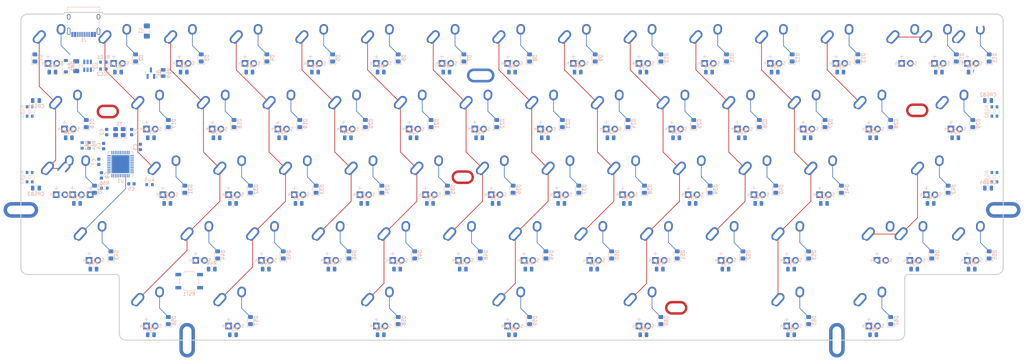
<source format=kicad_pcb>
(kicad_pcb (version 20241229) (generator "pcbnew") (generator_version "9.0")
  (layers (0 "F.Cu" signal) (2 "B.Cu" signal) (13 "F.Paste" user) (15 "B.Paste" user) (5 "F.SilkS" user "F.Silkscreen") (7 "B.SilkS" user "B.Silkscreen") (1 "F.Mask" user) (3 "B.Mask" user) (25 "Edge.Cuts" user))
  (net 0 "")
  (net 1 "COL0")
  (net 2 "COL1")
  (net 3 "COL10")
  (net 4 "COL11")
  (net 5 "COL12")
  (net 6 "COL13")
  (net 7 "COL14")
  (net 8 "COL2")
  (net 9 "COL3")
  (net 10 "COL4")
  (net 11 "COL5")
  (net 12 "COL6")
  (net 13 "COL7")
  (net 14 "COL8")
  (net 15 "COL9")
  (net 16 "GND")
  (net 17 "XTAL2")
  (net 18 "XTAL1")
  (net 19 "/UCAP")
  (net 20 "/VBUS")
  (net 21 "/N$85")
  (net 22 "Earth")
  (net 24 "D+")
  (net 25 "D-")
  (net 27 "/N$86")
  (net 28 "LED_GND")
  (net 29 "Net-(Q1-G)")
  (net 30 "/PE2")
  (net 31 "/~{RESET}")
  (net 32 "Net-(RGB1-DOUT)")
  (net 33 "RGB_LED")
  (net 34 "Net-(RGB2-DOUT)")
  (net 35 "Net-(RGB3-DOUT)")
  (net 38 "Net-(D1-A)")
  (net 40 "Net-(D2-A)")
  (net 41 "CAPS_LED")
  (net 43 "Net-(D3-A)")
  (net 44 "Net-(D4-A)")
  (net 45 "Net-(D5-A)")
  (net 46 "Net-(D6-A)")
  (net 47 "Net-(D7-A)")
  (net 48 "Net-(D8-A)")
  (net 49 "Net-(D9-A)")
  (net 50 "Net-(D10-A)")
  (net 51 "Net-(D11-A)")
  (net 52 "Net-(D12-A)")
  (net 53 "Net-(D13-A)")
  (net 54 "Net-(D14-A)")
  (net 55 "Net-(D15-A)")
  (net 56 "Net-(D16-A)")
  (net 57 "Net-(D17-A)")
  (net 58 "Net-(D18-A)")
  (net 59 "Net-(D19-A)")
  (net 60 "Net-(D20-A)")
  (net 61 "Net-(D21-A)")
  (net 62 "Net-(D22-A)")
  (net 63 "Net-(D23-A)")
  (net 64 "Net-(D24-A)")
  (net 65 "Net-(D25-A)")
  (net 66 "Net-(D26-A)")
  (net 67 "Net-(D27-A)")
  (net 68 "Net-(D28-A)")
  (net 69 "Net-(D29-A)")
  (net 70 "Net-(D30-A)")
  (net 71 "Net-(D31-A)")
  (net 72 "Net-(D32-A)")
  (net 73 "Net-(D33-A)")
  (net 74 "Net-(D34-A)")
  (net 75 "Net-(D35-A)")
  (net 76 "Net-(D36-A)")
  (net 77 "Net-(D37-A)")
  (net 78 "Net-(D38-A)")
  (net 79 "Net-(D39-A)")
  (net 80 "ROW0")
  (net 81 "ROW1")
  (net 82 "ROW2")
  (net 83 "ROW3")
  (net 84 "ROW4")
  (net 85 "Net-(D40-A)")
  (net 86 "VCC")
  (net 87 "Net-(D41-A)")
  (net 88 "Net-(D42-A)")
  (net 89 "Net-(D43-A)")
  (net 90 "Net-(D44-A)")
  (net 91 "Net-(D45-A)")
  (net 92 "Net-(D46-A)")
  (net 93 "Net-(D47-A)")
  (net 94 "Net-(D48-A)")
  (net 95 "Net-(D49-A)")
  (net 96 "Net-(D50-A)")
  (net 97 "Net-(D51-A)")
  (net 98 "Net-(D52-A)")
  (net 99 "Net-(D53-A)")
  (net 100 "Net-(D54-A)")
  (net 101 "Net-(D55-A)")
  (net 102 "Net-(D56-A)")
  (net 103 "Net-(D57-A)")
  (net 104 "Net-(D58-A)")
  (net 105 "Net-(D59-A)")
  (net 106 "Net-(D60-A)")
  (net 107 "Net-(D61-A)")
  (net 108 "Net-(D62-A)")
  (net 109 "Net-(LED1-K)")
  (net 110 "Net-(LED2-K)")
  (net 111 "Net-(LED3-K)")
  (net 112 "Net-(LED4-K)")
  (net 113 "Net-(LED5-K)")
  (net 114 "Net-(LED6-K)")
  (net 115 "Net-(LED7-K)")
  (net 116 "Net-(LED8-K)")
  (net 117 "Net-(LED9-K)")
  (net 118 "Net-(LED10-K)")
  (net 119 "Net-(LED11-K)")
  (net 120 "Net-(LED12-K)")
  (net 121 "Net-(LED13-K)")
  (net 122 "Net-(LED14-K)")
  (net 123 "Net-(LED15-K)")
  (net 124 "Net-(LED16-K)")
  (net 125 "Net-(LED17-K)")
  (net 126 "Net-(LED18-K)")
  (net 127 "Net-(LED19-K)")
  (net 128 "Net-(LED20-K)")
  (net 129 "Net-(LED21-K)")
  (net 130 "Net-(LED22-K)")
  (net 131 "Net-(LED23-K)")
  (net 132 "Net-(LED24-K)")
  (net 133 "Net-(LED25-K)")
  (net 134 "Net-(LED26-K)")
  (net 135 "Net-(LED27-K)")
  (net 136 "Net-(LED28-K)")
  (net 137 "Net-(LED29-K)")
  (net 138 "Net-(LED30-K)")
  (net 139 "Net-(LED31-K)")
  (net 140 "Net-(LED32-K)")
  (net 141 "Net-(LED33-K)")
  (net 142 "Net-(LED34-K)")
  (net 143 "Net-(LED35-K)")
  (net 144 "Net-(LED36-K)")
  (net 145 "Net-(LED37-K)")
  (net 146 "Net-(LED38-K)")
  (net 147 "Net-(LED39-K)")
  (net 148 "Net-(LED40-K)")
  (net 149 "Net-(LED41-K)")
  (net 150 "Net-(LED42-K)")
  (net 151 "Net-(LED43-K)")
  (net 152 "Net-(LED44-K)")
  (net 153 "Net-(LED45-K)")
  (net 154 "Net-(LED46-K)")
  (net 155 "Net-(LED47-K)")
  (net 156 "Net-(LED48-K)")
  (net 157 "Net-(LED49-K)")
  (net 158 "Net-(LED50-K)")
  (net 159 "Net-(LED51-K)")
  (net 160 "Net-(LED52-K)")
  (net 161 "Net-(LED53-K)")
  (net 162 "Net-(LED54-K)")
  (net 163 "Net-(LED55-K)")
  (net 164 "Net-(LED56-K)")
  (net 165 "Net-(LED57-K)")
  (net 166 "Net-(LED58-K)")
  (net 167 "Net-(LED59-K)")
  (net 168 "Net-(LED60-K)")
  (net 169 "Net-(LED61-K)")
  (net 170 "Net-(LED62-K)")
  (net 171 "SWITCH_LED")
  (footprint "locallib:SW_Hybrid_Cherry_MX_Alps_1.00u" (layer "F.Cu") (at 276.225 57.15)
    (property "Reference" "SW26")
    (property "Value" "SW_Push")
  )
  (footprint "locallib:SW_Hybrid_Cherry_MX_Alps_1.00u" (layer "F.Cu") (at 104.775 114.3)
    (property "Reference" "SW56")
    (property "Value" "SW_Push")
  )
  (footprint "locallib:SW_Hybrid_Cherry_MX_Alps_1.00u" (layer "F.Cu") (at 252.4125 95.25)
    (property "Reference" "SW51")
    (property "Value" "SW_Push")
  )
  (footprint "Switch_Misc:MX-LED-PolarityMarked" (layer "F.Cu") (at 204.7875 76.2)
    (property "Reference" "LED36" (hide yes))
    (property "Value" "LED")
  )
  (footprint "locallib:SW_Hybrid_Cherry_MX_Alps_1.00u" (layer "F.Cu") (at 200.025 57.15)
    (property "Reference" "SW22")
    (property "Value" "SW_Push")
  )
  (footprint "locallib:SW_Hybrid_Cherry_MX_Alps_1.00u" (layer "F.Cu") (at 290.5125 95.25)
    (property "Reference" "SW53")
    (property "Value" "SW_Push")
  )
  (footprint "Switch_Misc:MX-LED-PolarityMarked" (layer "F.Cu") (at 104.775 57.15)
    (property "Reference" "LED17" (hide yes))
    (property "Value" "LED")
  )
  (footprint "locallib:SW_Hybrid_Cherry_MX_Alps_1.00u" (layer "F.Cu") (at 109.5375 76.2)
    (property "Reference" "SW31")
    (property "Value" "SW_Push")
  )
  (footprint "Switch_Misc:MX-LED-PolarityMarked" (layer "F.Cu") (at 338.1375 57.15)
    (property "Reference" "LED29" (hide yes))
    (property "Value" "LED")
  )
  (footprint "locallib:SW_Hybrid_Cherry_MX_Alps_1.00u" (layer "F.Cu") (at 285.75 38.1)
    (property "Reference" "SW12")
    (property "Value" "SW_Push")
  )
  (footprint "Switch_Misc:MX-LED-PolarityMarked" (layer "F.Cu") (at 314.325 57.15)
    (property "Reference" "LED28" (hide yes))
    (property "Value" "LED")
  )
  (footprint "Switch_Misc:MX-LED-PolarityMarked" (layer "F.Cu") (at 190.5 38.1)
    (property "Reference" "LED7" (hide yes))
    (property "Value" "LED")
  )
  (footprint "locallib:SW_Hybrid_Cherry_MX_Alps_1.00u" (layer "F.Cu") (at 176.2125 95.25)
    (property "Reference" "SW47")
    (property "Value" "SW_Push")
  )
  (footprint "Switch_Misc:MX-LED-PolarityMarked" (layer "F.Cu") (at 242.8875 76.2)
    (property "Reference" "LED38" (hide yes))
    (property "Value" "LED")
  )
  (footprint "Switch_Misc:MX-LED-PolarityMarked" (layer "F.Cu") (at 252.4125 95.25)
    (property "Reference" "LED51" (hide yes))
    (property "Value" "LED")
  )
  (footprint "locallib:SW_Hybrid_Cherry_MX_Alps_1.00u" (layer "F.Cu") (at 326.2312 95.25)
    (property "Reference" "SW54")
    (property "Value" "SW_Push")
  )
  (footprint "Switch_Misc:MX-LED-PolarityMarked" (layer "F.Cu") (at 342.9 38.1)
    (property "Reference" "LED15" (hide yes))
    (property "Value" "LED")
  )
  (footprint "Switch_Misc:MX-LED-PolarityMarked" (layer "F.Cu") (at 128.5875 114.3)
    (property "Reference" "LED57" (hide yes))
    (property "Value" "LED")
  )
  (footprint "locallib:SW_Hybrid_Cherry_MX_Alps_1.00u" (layer "F.Cu") (at 128.5875 76.2)
    (property "Reference" "SW32")
    (property "Value" "SW_Push")
  )
  (footprint "locallib:SW_Hybrid_Cherry_MX_Alps_1.00u" (layer "F.Cu") (at 180.975 57.15)
    (property "Reference" "SW21")
    (property "Value" "SW_Push")
  )
  (footprint "locallib:MX-Lock-LED-PolarityMarked" (layer "F.Cu") (at 83.3438 76.2)
    (property "Reference" "MX1337" (hide yes))
    (property "Value" "MXLockLed")
  )
  (footprint "Switch_Misc:MX-LED-PolarityMarked" (layer "F.Cu") (at 176.2125 95.25)
    (property "Reference" "LED47" (hide yes))
    (property "Value" "LED")
  )
  (footprint "Switch_Misc:MX-LED-PolarityMarked" (layer "F.Cu") (at 95.25 38.1)
    (property "Reference" "LED2" (hide yes))
    (property "Value" "LED")
  )
  (footprint "locallib:SW_Hybrid_Cherry_MX_Alps_1.00u" (layer "F.Cu") (at 114.3 38.1)
    (property "Reference" "SW3")
    (property "Value" "SW_Push")
  )
  (footprint "locallib:SW_Hybrid_Cherry_MX_Alps_1.00u" (layer "F.Cu") (at 185.7375 76.2)
    (property "Reference" "SW35")
    (property "Value" "SW_Push")
  )
  (footprint "Mounting_Keyboard_Stabilizer:Stabilizer_Cherry_MX_2.00u" (layer "F.Cu") (at 330.9937 76.2 180)
    (property "Reference" "ST42" (hide yes))
    (property "Value" "2u Enter Stabilizer")
  )
  (footprint "locallib:SW_Hybrid_Cherry_MX_Alps_1.00u" (layer "F.Cu") (at 257.175 57.15)
    (property "Reference" "SW25")
    (property "Value" "SW_Push")
  )
  (footprint "locallib:SW_Hybrid_Cherry_MX_Alps_1.00u" (layer "F.Cu") (at 314.325 114.3)
    (property "Reference" "SW62")
    (property "Value" "SW_Push")
  )
  (footprint "locallib:SW_Hybrid_Cherry_MX_Alps_1.00u" (layer "F.Cu") (at 300.0375 76.2)
    (property "Reference" "SW41")
    (property "Value" "SW_Push")
  )
  (footprint "Switch_Misc:MX-LED-PolarityMarked" (layer "F.Cu") (at 276.225 57.15)
    (property "Reference" "LED26" (hide yes))
    (property "Value" "LED")
  )
  (footprint "locallib:SW_Hybrid_Cherry_MX_Alps_1.00u" (layer "F.Cu") (at 280.9875 76.2)
    (property "Reference" "SW40")
    (property "Value" "SW_Push")
  )
  (footprint "locallib:SW_Hybrid_Cherry_MX_Alps_1.00u" (layer "F.Cu") (at 123.825 57.15)
    (property "Reference" "SW18")
    (property "Value" "SW_Push")
  )
  (footprint "Switch_Misc:MX-LED-PolarityMarked" (layer "F.Cu") (at 290.5125 114.3)
    (property "Reference" "LED61" (hide yes))
    (property "Value" "LED")
  )
  (footprint "Switch_Misc:MX-LED-PolarityMarked" (layer "F.Cu") (at 266.7 38.1)
    (property "Reference" "LED11" (hide yes))
    (property "Value" "LED")
  )
  (footprint "Switch_Misc:MX-LED-PolarityMarked" (layer "F.Cu") (at 209.55 38.1)
    (property "Reference" "LED8" (hide yes))
    (property "Value" "LED")
  )
  (footprint "Switch_Misc:MX-LED-PolarityMarked" (layer "F.Cu") (at 142.875 57.15)
    (property "Reference" "LED19" (hide yes))
    (property "Value" "LED")
  )
  (footprint "locallib:SW_Hybrid_Cherry_MX_Alps_1.00u" (layer "F.Cu") (at 88.1063 95.25)
    (property "Reference" "SW43")
    (property "Value" "SW_Push")
  )
  (footprint "Mounting_Keyboard_Stabilizer:Stabilizer_Cherry_MX_7.00u" (layer "F.Cu") (at 209.55 114.3 180)
    (property "Reference" "ST59" (hide yes))
    (property "Value" "7u Space Bar Stabilizer")
  )
  (footprint "Switch_Misc:MX-LED-PolarityMarked" (layer "F.Cu") (at 147.6375 76.2)
    (property "Reference" "LED33" (hide yes))
    (property "Value" "LED")
  )
  (footprint "Switch_Misc:MX-LED-PolarityMarked" (layer "F.Cu") (at 247.65 38.1)
    (property "Reference" "LED10" (hide yes))
    (property "Value" "LED")
  )
  (footprint "acheron_MountingHoles:Mounting_Hole_Oval_2.5x8mm" (layer "F.Cu") (at 200.45 46.7 90)
    (property "Reference" "H1" (hide yes))
    (property "Value" "Mid Viper Oval Mounting Hole")
  )
  (footprint "Switch_Misc:MX-LED-PolarityMarked" (layer "F.Cu") (at 138.1125 95.25)
    (property "Reference" "LED45" (hide yes))
    (property "Value" "LED")
  )
  (footprint "Switch_Misc:MX-LED-PolarityMarked" (layer "F.Cu") (at 200.025 57.15)
    (property "Reference" "LED22" (hide yes))
    (property "Value" "LED")
  )
  (footprint "locallib:SW_Hybrid_Cherry_MX_Alps_1.00u" (layer "F.Cu") (at 342.9 95.25)
    (property "Reference" "SW55")
    (property "Value" "SW_Push")
  )
  (footprint "Mounting_Keyboard_Stabilizer:Stabilizer_Cherry_MX_2.00u" (layer "F.Cu") (at 333.375 38.1)
    (property "Reference" "ST14" (hide yes))
    (property "Value" "2u Backspace Stabilizer")
  )
  (footprint "acheron_MountingHoles:MoutingHole_Oval_BackOnly_7mm_5.0x2.5mm" (layer "F.Cu") (at 257.175 114.1)
    (property "Reference" "H7" (hide yes))
    (property "Value" "Space Bar Oval Mounting Hole" (hide yes))
  )
  (footprint "Switch_Misc:MX-LED-PolarityMarked" (layer "F.Cu") (at 219.075 57.15)
    (property "Reference" "LED23" (hide yes))
    (property "Value" "LED")
  )
  (footprint "locallib:SW_Hybrid_Cherry_MX_Alps_1.00u" (layer "F.Cu") (at 209.55 114.3)
    (property "Reference" "SW59")
    (property "Value" "SW_Push")
  )
  (footprint "Switch_Misc:MX-LED-PolarityMarked" (layer "F.Cu") (at 180.975 57.15)
    (property "Reference" "LED21" (hide yes))
    (property "Value" "LED")
  )
  (footprint "Mounting_Keyboard_Stabilizer:Stabilizer_Cherry_MX_3.00u" (layer "F.Cu") (at 171.45 114.3 180)
    (property "Reference" "ST58" (hide yes))
    (property "Value" "3u Left Split HHKB Stabilizer")
  )
  (footprint "PCM_Mounting_Keyboard_Stabilizer:Stabilizer_Cherry_MX_8.00u" (layer "F.Cu") (at 209.55 114.3 180)
    (property "Reference" "ST59_1" (hide yes))
    (property "Value" "8u Space Bar Stabilizer")
  )
  (footprint "Switch_Misc:MX-LED-PolarityMarked" (layer "F.Cu") (at 304.8 38.1)
    (property "Reference" "LED13" (hide yes))
    (property "Value" "LED")
  )
  (footprint "Switch_Misc:MX-LED-PolarityMarked" (layer "F.Cu") (at 123.825 57.15)
    (property "Reference" "LED18" (hide yes))
    (property "Value" "LED")
  )
  (footprint "locallib:SW_Hybrid_Cherry_MX_Alps_1.00u" (layer "F.Cu") (at 147.6375 76.2)
    (property "Reference" "SW33")
    (property "Value" "SW_Push")
  )
  (footprint "Switch_Misc:MX-LED-PolarityMarked" (layer "F.Cu") (at 171.45 114.3)
    (property "Reference" "LED58" (hide yes))
    (property "Value" "LED")
  )
  (footprint "Switch_Misc:MX-LED-PolarityMarked" (layer "F.Cu") (at 316.7063 95.25)
    (property "Reference" "LED54_1" (hide yes))
    (property "Value" "LED")
  )
  (footprint "locallib:viper_outline" (layer "F.Cu") (at 209.55 76.185)
    (property "Reference" "LF1" (hide yes))
    (property "Value" "Board Outline" (hide yes))
    (fp_line (start -142.5 26.25) (end -142.5 -45.3) (stroke (width 0.3)) (layer "Edge.Cuts"))
    (fp_line (start -140.500001 28.25) (end -114.924999 28.25) (stroke (width 0.3)) (layer "Edge.Cuts"))
    (fp_line (start -140.5 -47.299999) (end -130.3 -47.299999) (stroke (width 0.3)) (layer "Edge.Cuts"))
    (fp_line (start -129.8 -47.799999) (end -118.8 -47.799999) (stroke (width 0.3)) (layer "Edge.Cuts"))
    (fp_line (start -113.925 29.25) (end -113.925 45.300001) (stroke (width 0.3)) (layer "Edge.Cuts"))
    (fp_line (start -111.925 47.3) (end 111.925 47.3) (stroke (width 0.3)) (layer "Edge.Cuts"))
    (fp_line (start 113.925 29.25) (end 113.925 45.3) (stroke (width 0.3)) (layer "Edge.Cuts"))
    (fp_line (start 114.925 28.25) (end 140.5 28.25) (stroke (width 0.3)) (layer "Edge.Cuts"))
    (fp_line (start 140.5 -47.3) (end -118.3 -47.3) (stroke (width 0.3)) (layer "Edge.Cuts"))
    (fp_line (start 142.5 26.25) (end 142.5 -45.3) (stroke (width 0.3)) (layer "Edge.Cuts"))
    (fp_arc (start -142.5 -45.3) (mid -141.914214 -46.714214) (end -140.5 -47.3) (stroke (width 0.3)) (layer "Edge.Cuts"))
    (fp_arc (start -140.5 28.25) (mid -141.914214 27.664214) (end -142.5 26.25) (stroke (width 0.3)) (layer "Edge.Cuts"))
    (fp_arc (start -129.8 -47.799999) (mid -129.946447 -47.446446) (end -130.3 -47.299999) (stroke (width 0.3)) (layer "Edge.Cuts"))
    (fp_arc (start -118.3 -47.299999) (mid -118.653553 -47.446446) (end -118.8 -47.799999) (stroke (width 0.3)) (layer "Edge.Cuts"))
    (fp_arc (start -114.925 28.25) (mid -114.217893 28.542893) (end -113.925 29.25) (stroke (width 0.3)) (layer "Edge.Cuts"))
    (fp_arc (start -111.925 47.3) (mid -113.339214 46.714214) (end -113.925 45.3) (stroke (width 0.3)) (layer "Edge.Cuts"))
    (fp_arc (start 113.925 29.25) (mid 114.217893 28.542893) (end 114.925 28.25) (stroke (width 0.3)) (layer "Edge.Cuts"))
    (fp_arc (start 113.925 45.3) (mid 113.339214 46.714214) (end 111.925 47.3) (stroke (width 0.3)) (layer "Edge.Cuts"))
    (fp_arc (start 140.5 -47.3) (mid 141.914214 -46.714214) (end 142.5 -45.3) (stroke (width 0.3)) (layer "Edge.Cuts"))
    (fp_arc (start 142.5 26.25) (mid 141.914214 27.664214) (end 140.5 28.25) (stroke (width 0.3)) (layer "Edge.Cuts"))
  )
  (footprint "locallib:SW_Hybrid_Cherry_MX_Alps_1.00u" (layer "F.Cu") (at 338.1375 57.15)
    (property "Reference" "SW29")
    (property "Value" "SW_Push")
  )
  (footprint "Switch_Misc:MX-LED-PolarityMarked" (layer "F.Cu") (at 166.6875 76.2)
    (property "Reference" "LED34" (hide yes))
    (property "Value" "LED")
  )
  (footprint "Switch_Misc:MX-LED-PolarityMarked" (layer "F.Cu") (at 114.3 38.1)
    (property "Reference" "LED3" (hide yes))
    (property "Value" "LED")
  )
  (footprint "Switch_Misc:MX-LED-PolarityMarked" (layer "F.Cu") (at 295.275 57.15)
    (property "Reference" "LED27" (hide yes))
    (property "Value" "LED")
  )
  (footprint "locallib:SW_Hybrid_Cherry_MX_Alps_1.00u" (layer "F.Cu") (at 161.925 57.15)
    (property "Reference" "SW20")
    (property "Value" "SW_Push")
  )
  (footprint "locallib:SW_Hybrid_Cherry_MX_Alps_1.00u" (layer "F.Cu") (at 133.35 38.1)
    (property "Reference" "SW4")
    (property "Value" "SW_Push")
  )
  (footprint "locallib:SW_Hybrid_Cherry_MX_Alps_1.00u" (layer "F.Cu") (at 95.25 38.1)
    (property "Reference" "SW2")
    (property "Value" "SW_Push")
  )
  (footprint "locallib:SW_Hybrid_Cherry_MX_Alps_1.00u" (layer "F.Cu") (at 195.2625 95.25)
    (property "Reference" "SW48")
    (property "Value" "SW_Push")
  )
  (footprint "locallib:SW_Hybrid_Cherry_MX_Alps_1.00u" (layer "F.Cu") (at 290.5125 114.3)
    (property "Reference" "SW61")
    (property "Value" "SW_Push")
  )
  (footprint "Switch_Misc:MX-LED-PolarityMarked" (layer "F.Cu") (at 195.2625 95.25)
    (property "Reference" "LED48" (hide yes))
    (property "Value" "LED")
  )
  (footprint "locallib:SW_Hybrid_Cherry_MX_Alps_1.00u" (layer "F.Cu") (at 209.55 38.1)
    (property "Reference" "SW8")
    (property "Value" "SW_Push")
  )
  (footprint "locallib:SW_Hybrid_Cherry_MX_Alps_1.00u" (layer "F.Cu") (at 238.125 57.15)
    (property "Reference" "SW24")
    (property "Value" "SW_Push")
  )
  (footprint "Switch_Misc:MX-LED-PolarityMarked" (layer "F.Cu") (at 157.1625 95.25)
    (property "Reference" "LED46" (hide yes))
    (property "Value" "LED")
  )
  (footprint "Switch_Misc:MX-LED-PolarityMarked" (layer "F.Cu") (at 238.125 57.15)
    (property "Reference" "LED24" (hide yes))
    (property "Value" "LED")
  )
  (footprint "locallib:SW_Hybrid_Cherry_MX_Alps_1.00u" (layer "F.Cu") (at 104.775 57.15)
    (property "Reference" "SW17")
    (property "Value" "SW_Push")
  )
  (footprint "Switch_Misc:MX-LED-PolarityMarked" (layer "F.Cu") (at 152.4 38.1)
    (property "Reference" "LED5" (hide yes))
    (property "Value" "LED")
  )
  (footprint "locallib:SW_Hybrid_Cherry_MX_Alps_1.00u" (layer "F.Cu") (at 330.9937 76.2)
    (property "Reference" "SW42")
    (property "Value" "SW_Push")
  )
  (footprint "Switch_Misc:MX-LED-PolarityMarked" (layer "F.Cu") (at 109.5375 76.2)
    (property "Reference" "LED31" (hide yes))
    (property "Value" "LED")
  )
  (footprint "Mounting_Keyboard_Stabilizer:Stabilizer_Cherry_MX_2.00u" (layer "F.Cu") (at 326.2312 95.25 180)
    (property "Reference" "ST54" (hide yes))
    (property "Value" "2u Right Shift Stabilizer")
  )
  (footprint "Switch_Misc:MX-LED-PolarityMarked" (layer "F.Cu") (at 300.0375 76.2)
    (property "Reference" "LED41" (hide yes))
    (property "Value" "LED")
  )
  (footprint "Switch_Misc:MX-LED-PolarityMarked" (layer "F.Cu") (at 285.75 38.1)
    (property "Reference" "LED12" (hide yes))
    (property "Value" "LED")
  )
  (footprint "locallib:SW_Hybrid_Cherry_MX_Alps_1.00u" (layer "F.Cu") (at 219.075 57.15)
    (property "Reference" "SW23")
    (property "Value" "SW_Push")
  )
  (footprint "locallib:SW_Hybrid_Cherry_MX_Alps_1.00u" (layer "F.Cu") (at 76.2 38.1)
    (property "Reference" "SW1")
    (property "Value" "SW_Push")
  )
  (footprint "Switch_Misc:MX-LED-PolarityMarked" (layer "F.Cu") (at 247.65 114.3)
    (property "Reference" "LED60" (hide yes))
    (property "Value" "LED")
  )
  (footprint "locallib:SW_Hybrid_Cherry_MX_Alps_1.00u" (layer "F.Cu") (at 233.3625 95.25)
    (property "Reference" "SW50")
    (property "Value" "SW_Push")
  )
  (footprint "locallib:SW_Hybrid_Cherry_MX_Alps_1.00u" (layer "F.Cu") (at 119.0625 95.25)
    (property "Reference" "SW44")
    (property "Value" "SW_Push")
  )
  (footprint "locallib:SW_Hybrid_Cherry_MX_Alps_1.00u" (layer "F.Cu") (at 204.7875 76.2)
    (property "Reference" "SW36")
    (property "Value" "SW_Push")
  )
  (footprint "acheron_MountingHoles:halfSideHole" (layer "F.Cu") (at 303.8 123.5 90)
    (property "Reference" "H9" (hide yes))
    (property "Value" "Right Bottom Half Side Hole" (hide yes))
  )
  (footprint "locallib:SW_Hybrid_Cherry_MX_Alps_1.00u" (layer "F.Cu") (at 316.7063 95.25)
    (property "Reference" "SW54_1")
    (property "Value" "SW_Push")
  )
  (footprint "locallib:SW_Hybrid_Cherry_MX_Alps_1.00u" (layer "F.Cu") (at 128.5875 114.3)
    (property "Reference" "SW57")
    (property "Value" "SW_Push")
  )
  (footprint "locallib:SW_Hybrid_Cherry_MX_Alps_1.00u" (layer "F.Cu") (at 171.45 114.3)
    (property "Reference" "SW58")
    (property "Value" "SW_Push")
  )
  (footprint "locallib:SW_Hybrid_Cherry_MX_Alps_1.00u" (layer "F.Cu") (at 228.6 38.1)
    (property "Reference" "SW9")
    (property "Value" "SW_Push")
  )
  (footprint "locallib:SW_Hybrid_Cherry_MX_Alps_1.00u" (layer "F.Cu") (at 247.65 38.1)
    (property "Reference" "SW10")
    (property "Value" "SW_Push")
  )
  (footprint "Switch_Misc:MX-LED-PolarityMarked" (layer "F.Cu") (at 78.5812 76.2)
    (property "Reference" "LED30_1" (hide yes))
    (property "Value" "LED")
  )
  (footprint "locallib:SW_Hybrid_Cherry_MX_Alps_1.00u" (layer "F.Cu") (at 314.325 57.15)
    (property "Reference" "SW28")
    (property "Value" "SW_Push")
  )
  (footprint "Switch_Misc:MX-LED-PolarityMarked" (layer "F.Cu") (at 83.3438 76.2)
    (property "Reference" "LED30" (hide yes))
    (property "Value" "LED")
  )
  (footprint "Switch_Misc:MX-LED-PolarityMarked" (layer "F.Cu") (at 80.9625 57.15)
    (property "Reference" "LED16" (hide yes))
    (property "Value" "LED")
  )
  (footprint "Mounting_Keyboard_Stabilizer:Stabilizer_Cherry_MX_3.00u" (layer "F.Cu") (at 247.65 114.3 180)
    (property "Reference" "ST60" (hide yes))
    (property "Value" "3u Left Split HHKB Stabilizer")
  )
  (footprint "locallib:SW_Hybrid_Cherry_MX_Alps_1.00u" (layer "F.Cu") (at 304.8 38.1)
    (property "Reference" "SW13")
    (property "Value" "SW_Push")
  )
  (footprint "locallib:SW_Hybrid_Cherry_MX_Alps_1.00u" (layer "F.Cu") (at 80.9625 57.15)
    (property "Reference" "SW16")
    (property "Value" "SW_Push")
  )
  (footprint "locallib:SW_Hybrid_Cherry_MX_Alps_1.00u" (layer "F.Cu") (at 323.85 38.1)
    (property "Reference" "SW14_1")
    (property "Value" "SW_Push")
  )
  (footprint "Switch_Misc:MX-LED-PolarityMarked" (layer "F.Cu") (at 119.0625 95.25)
    (property "Reference" "LED44" (hide yes))
    (property "Value" "LED")
  )
  (footprint "Switch_Misc:MX-LED-PolarityMarked" (layer "F.Cu") (at 228.6 38.1)
    (property "Reference" "LED9" (hide yes))
    (property "Value" "LED")
  )
  (footprint "locallib:SW_Hybrid_Cherry_MX_Alps_1.00u" (layer "F.Cu") (at 78.5812 76.2)
    (property "Reference" "SW30_1")
    (property "Value" "SW_Push")
  )
  (footprint "Switch_Misc:MX-LED-PolarityMarked" (layer "F.Cu") (at 171.45 38.1)
    (property "Reference" "LED6" (hide yes))
    (property "Value" "LED")
  )
  (footprint "locallib:SW_Hybrid_Cherry_MX_Alps_1.00u" (layer "F.Cu") (at 166.6875 76.2)
    (property "Reference" "SW34")
    (property "Value" "SW_Push")
  )
  (footprint "locallib:SW_Hybrid_Cherry_MX_Alps_1.00u" (layer "F.Cu") (at 342.9 38.1)
    (property "Reference" "SW15")
    (property "Value" "SW_Push")
  )
  (footprint "locallib:SW_Hybrid_Cherry_MX_Alps_1.00u" (layer "F.Cu") (at 295.275 57.15)
    (property "Reference" "SW27")
    (property "Value" "SW_Push")
  )
  (footprint "locallib:SW_Hybrid_Cherry_MX_Alps_1.00u" (layer "F.Cu") (at 83.3438 76.2)
    (property "Reference" "SW30")
    (property "Value" "SW_Push")
  )
  (footprint "Switch_Misc:MX-LED-PolarityMarked" (layer "F.Cu") (at 185.7375 76.2)
    (property "Reference" "LED35" (hide yes))
    (property "Value" "LED")
  )
  (footprint "locallib:SW_Hybrid_Cherry_MX_Alps_1.00u" (layer "F.Cu") (at 171.45 38.1)
    (property "Reference" "SW6")
    (property "Value" "SW_Push")
  )
  (footprint "Switch_Misc:MX-LED-PolarityMarked" (layer "F.Cu") (at 271.4625 95.25)
    (property "Reference" "LED52" (hide yes))
    (property "Value" "LED")
  )
  (footprint "locallib:SW_Hybrid_Cherry_MX_Alps_1.00u" (layer "F.Cu") (at 152.4 38.1)
    (property "Reference" "SW5")
    (property "Value" "SW_Push")
  )
  (footprint "locallib:SW_Hybrid_Cherry_MX_Alps_1.00u" (layer "F.Cu") (at 223.8375 76.2)
    (property "Reference" "SW37")
    (property "Value" "SW_Push")
  )
  (footprint "Switch_Misc:MX-LED-PolarityMarked" (layer "F.Cu") (at 326.2312 95.25)
    (property "Reference" "LED54" (hide yes))
    (property "Value" "LED")
  )
  (footprint "locallib:SW_Hybrid_Cherry_MX_Alps_1.00u" (layer "F.Cu") (at 266.7 38.1)
    (property "Reference" "SW11")
    (property "Value" "SW_Push")
  )
  (footprint "Switch_Misc:MX-LED-PolarityMarked" (layer "F.Cu") (at 76.2 38.1)
    (property "Reference" "LED1" (hide yes))
    (property "Value" "LED")
  )
  (footprint "locallib:SW_Hybrid_Cherry_MX_Alps_1.00u" (layer "F.Cu") (at 214.3125 95.25)
    (property "Reference" "SW49")
    (property "Value" "SW_Push")
  )
  (footprint "Switch_Misc:MX-LED-PolarityMarked" (layer "F.Cu") (at 342.9 95.25)
    (property "Reference" "LED55" (hide yes))
    (property "Value" "LED")
  )
  (footprint "acheron_MountingHoles:MoutingHole_Oval_BackOnly_7mm_5.0x2.5mm" (layer "F.Cu") (at 92.275 57.15)
    (property "Reference" "H3" (hide yes))
    (property "Value" "Tab Oval Mounting Hole" (hide yes))
  )
  (footprint "locallib:SW_Hybrid_Cherry_MX_Alps_1.00u" (layer "F.Cu") (at 271.4625 95.25)
    (property "Reference" "SW52")
    (property "Value" "SW_Push")
  )
  (footprint "Switch_Misc:MX-LED-PolarityMarked" (layer "F.Cu") (at 233.3625 95.25)
    (property "Reference" "LED50" (hide yes))
    (property "Value" "LED")
  )
  (footprint "Mounting_Keyboard_Stabilizer:Stabilizer_Cherry_MX_2.00u" (layer "F.Cu") (at 88.1063 95.25 180)
    (property "Reference" "ST43" (hide yes))
    (property "Value" "2u Left Shift Stabilizer")
  )
  (footprint "Switch_Misc:MX-LED-PolarityMarked" (layer "F.Cu") (at 323.85 38.1)
    (property "Reference" "LED14_1" (hide yes))
    (property "Value" "LED")
  )
  (footprint "Switch_Misc:MX-LED-PolarityMarked" (layer "F.Cu") (at 209.55 114.3)
    (property "Reference" "LED59" (hide yes))
    (property "Value" "LED")
  )
  (footprint "Switch_Misc:MX-LED-PolarityMarked" (layer "F.Cu") (at 261.9375 76.2)
    (property "Reference" "LED39" (hide yes))
    (property "Value" "LED")
  )
  (footprint "Switch_Misc:MX-LED-PolarityMarked" (layer "F.Cu") (at 88.1063 95.25)
    (property "Reference" "LED43" (hide yes))
    (property "Value" "LED")
  )
  (footprint "Switch_Misc:MX-LED-PolarityMarked" (layer "F.Cu") (at 290.5125 95.25)
    (property "Reference" "LED53" (hide yes))
    (property "Value" "LED")
  )
  (footprint "locallib:SW_Hybrid_Cherry_MX_Alps_1.00u" (layer "F.Cu") (at 261.9375 76.2)
    (property "Reference" "SW39")
    (property "Value" "SW_Push")
  )
  (footprint "locallib:SW_Hybrid_Cherry_MX_Alps_1.00u" (layer "F.Cu") (at 157.1625 95.25)
    (property "Reference" "SW46")
    (property "Value" "SW_Push")
  )
  (footprint "locallib:SW_Hybrid_Cherry_MX_Alps_1.00u" (layer "F.Cu") (at 247.65 114.3)
    (property "Reference" "SW60")
    (property "Value" "SW_Push")
  )
  (footprint "acheron_MountingHoles:halfSideHole" (layer "F.Cu") (at 352.05 85.7)
    (property "Reference" "H6" (hide yes))
    (property "Value" "Right Edge Half Side Hole" (hide yes))
  )
  (footprint "locallib:SW_Hybrid_Cherry_MX_Alps_1.00u" (layer "F.Cu") (at 242.8875 76.2)
    (property "Reference" "SW38")
    (property "Value" "SW_Push")
  )
  (footprint "Switch_Misc:MX-LED-PolarityMarked" (layer "F.Cu") (at 257.175 57.15)
    (property "Reference" "LED25" (hide yes))
    (property "Value" "LED")
  )
  (footprint "Switch_Misc:MX-LED-PolarityMarked" (layer "F.Cu") (at 128.5875 76.2)
    (property "Reference" "LED32" (hide yes))
    (property "Value" "LED")
  )
  (footprint "acheron_MountingHoles:MoutingHole_Oval_BackOnly_7mm_5.0x2.5mm" (layer "F.Cu") (at 327.1 56.802)
    (property "Reference" "H2" (hide yes))
    (property "Value" "\\ Oval Mounting Hole" (hide yes))
  )
  (footprint "locallib:SW_Hybrid_Cherry_MX_Alps_1.00u" (layer "F.Cu") (at 138.1125 95.25)
    (property "Reference" "SW45")
    (property "Value" "SW_Push")
  )
  (footprint "acheron_MountingHoles:MoutingHole_Oval_BackOnly_7mm_5.0x2.5mm" (layer "F.Cu") (at 195.262 76.2)
    (property "Reference" "H4" (hide yes))
    (property "Value" "G-H Mounting Hole" (hide yes))
  )
  (footprint "Switch_Misc:MX-LED-PolarityMarked" (layer "F.Cu") (at 333.375 38.1)
    (property "Reference" "LED14" (hide yes))
    (property "Value" "LED")
  )
  (footprint "Switch_Misc:MX-LED-PolarityMarked" (layer "F.Cu") (at 223.8375 76.2)
    (property "Reference" "LED37" (hide yes))
    (property "Value" "LED")
  )
  (footprint "locallib:SW_Hybrid_Cherry_MX_Alps_1.00u" (layer "F.Cu") (at 333.375 38.1)
    (property "Reference" "SW14")
    (property "Value" "SW_Push")
  )
  (footprint "locallib:SW_Hybrid_Cherry_MX_Alps_1.00u" (layer "F.Cu") (at 142.875 57.15)
    (property "Reference" "SW19")
    (property "Value" "SW_Push")
  )
  (footprint "Switch_Misc:MX-LED-PolarityMarked" (layer "F.Cu") (at 280.9875 76.2)
    (property "Reference" "LED40" (hide yes))
    (property "Value" "LED")
  )
  (footprint "Switch_Misc:MX-LED-PolarityMarked" (layer "F.Cu") (at 330.9937 76.2)
    (property "Reference" "LED42" (hide yes))
    (property "Value" "LED")
  )
  (footprint "acheron_MountingHoles:halfSideHole" (layer "F.Cu") (at 67.05 85.7)
    (property "Reference" "H5" (hide yes))
    (property "Value" "Left Edge Half Side Hole" (hide yes))
  )
  (footprint "Switch_Misc:MX-LED-PolarityMarked" (layer "F.Cu") (at 314.325 114.3)
    (property "Reference" "LED62" (hide yes))
    (property "Value" "LED")
  )
  (footprint "acheron_MountingHoles:halfSideHole" (layer "F.Cu") (at 115.3 123.5 90)
    (property "Reference" "H8" (hide yes))
    (property "Value" "Left Bottom Half Side Hole" (hide yes))
  )
  (footprint "locallib:SW_Hybrid_Cherry_MX_Alps_1.00u" (layer "F.Cu") (at 190.5 38.1)
    (property "Reference" "SW7")
    (property "Value" "SW_Push")
  )
  (footprint "Switch_Misc:MX-LED-PolarityMarked" (layer "F.Cu") (at 214.3125 95.25)
    (property "Reference" "LED49" (hide yes))
    (property "Value" "LED")
  )
  (footprint "Switch_Misc:MX-LED-PolarityMarked" (layer "F.Cu") (at 133.35 38.1)
    (property "Reference" "LED4" (hide yes))
    (property "Value" "LED")
  )
  (footprint "Switch_Misc:MX-LED-PolarityMarked" (layer "F.Cu") (at 161.925 57.15)
    (property "Reference" "LED20" (hide yes))
    (property "Value" "LED")
  )
  (footprint "Switch_Misc:MX-LED-PolarityMarked" (layer "F.Cu") (at 104.775 114.3)
    (property "Reference" "LED56" (hide yes))
    (property "Value" "LED")
  )
  (footprint "Resistor_SMD:R_0805_2012Metric" (layer "B.Cu") (at 233.3625 102.87 180)
    (property "Reference" "R50")
    (property "Value" "470")
  )
  (footprint "Resistor_SMD:R_0805_2012Metric" (layer "B.Cu") (at 204.7875 83.82 180)
    (property "Reference" "R36")
    (property "Value" "470")
  )
  (footprint "Diode_SMD:D_0805_2012Metric_Pad1.15x1.40mm_HandSolder" (layer "B.Cu") (at 147.955 60.65 90)
    (property "Reference" "D19")
    (property "Value" "1N4148")
  )
  (footprint "Diode_SMD:D_0805_2012Metric_Pad1.15x1.40mm_HandSolder" (layer "B.Cu") (at 176.53 41.6 90)
    (property "Reference" "D6")
    (property "Value" "1N4148")
  )
  (footprint "Resistor_SMD:R_0805_2012Metric" (layer "B.Cu") (at 171.45 45.72 180)
    (property "Reference" "R6")
    (property "Value" "470")
  )
  (footprint "Resistor_SMD:R_0805_2012Metric" (layer "B.Cu") (at 314.325 121.92 180)
    (property "Reference" "R62")
    (property "Value" "470")
  )
  (footprint "Diode_SMD:D_0805_2012Metric_Pad1.15x1.40mm_HandSolder" (layer "B.Cu") (at 167.005 60.65 90)
    (property "Reference" "D20")
    (property "Value" "1N4148")
  )
  (footprint "Resistor_SMD:R_0805_2012Metric" (layer "B.Cu") (at 314.325 64.77 180)
    (property "Reference" "R28")
    (property "Value" "470")
  )
  (footprint "Resistor_SMD:R_0805_2012Metric" (layer "B.Cu") (at 200.025 64.77 180)
    (property "Reference" "R22")
    (property "Value" "470")
  )
  (footprint "Capacitor_SMD:C_0603_1608Metric" (layer "B.Cu") (at 91.948 63.119 -90)
    (property "Reference" "C2")
    (property "Value" "22p")
  )
  (footprint "Diode_SMD:D_0805_2012Metric_Pad1.15x1.40mm_HandSolder" (layer "B.Cu") (at 319.405 117.8 90)
    (property "Reference" "D62")
    (property "Value" "1N4148")
  )
  (footprint "Resistor_SMD:R_0805_2012Metric" (layer "B.Cu") (at 95.25 45.72 180)
    (property "Reference" "R2")
    (property "Value" "470")
  )
  (footprint "Diode_SMD:D_0805_2012Metric_Pad1.15x1.40mm_HandSolder" (layer "B.Cu") (at 143.1925 98.75 90)
    (property "Reference" "D45")
    (property "Value" "1N4148")
  )
  (footprint "Resistor_SMD:R_0805_2012Metric" (layer "B.Cu") (at 242.8875 83.82 180)
    (property "Reference" "R38")
    (property "Value" "470")
  )
  (footprint "Resistor_SMD:R_0805_2012Metric" (layer "B.Cu") (at 285.75 45.72 180)
    (property "Reference" "R12")
    (property "Value" "470")
  )
  (footprint "Resistor_SMD:R_0805_2012Metric" (layer "B.Cu") (at 330.9937 83.82 180)
    (property "Reference" "R42")
    (property "Value" "470")
  )
  (footprint "Resistor_SMD:R_0805_2012Metric" (layer "B.Cu") (at 252.4125 102.87 180)
    (property "Reference" "R51")
    (property "Value" "470")
  )
  (footprint "Resistor_SMD:R_0805_2012Metric" (layer "B.Cu") (at 108.331 45.974 90)
    (property "Reference" "R69")
    (property "Value" "1k")
  )
  (footprint "Capacitor_SMD:C_0805_2012Metric" (layer "B.Cu") (at 347.6627 53.975 180)
    (property "Reference" "CRGB2")
    (property "Value" "100nF")
  )
  (footprint "Diode_SMD:D_0805_2012Metric_Pad1.15x1.40mm_HandSolder" (layer "B.Cu") (at 195.58 41.6 90)
    (property "Reference" "D7")
    (property "Value" "1N4148")
  )
  (footprint "Diode_SMD:D_0805_2012Metric_Pad1.15x1.40mm_HandSolder" (layer "B.Cu") (at 190.8175 79.7 90)
    (property "Reference" "D35")
    (property "Value" "1N4148")
  )
  (footprint "Diode_SMD:D_0805_2012Metric_Pad1.15x1.40mm_HandSolder" (layer "B.Cu") (at 228.9175 79.7 90)
    (property "Reference" "D37")
    (property "Value" "1N4148")
  )
  (footprint "Diode_SMD:D_0805_2012Metric_Pad1.15x1.40mm_HandSolder" (layer "B.Cu") (at 252.73 117.8 90)
    (property "Reference" "D60")
    (property "Value" "1N4148")
  )
  (footprint "Capacitor_SMD:C_0805_2012Metric" (layer "B.Cu") (at 347.6627 79.375 180)
    (property "Reference" "CRGB4")
    (property "Value" "100nF")
  )
  (footprint "Diode_SMD:D_0805_2012Metric_Pad1.15x1.40mm_HandSolder" (layer "B.Cu") (at 86.0425 60.65 90)
    (property "Reference" "D16")
    (property "Value" "1N4148")
  )
  (footprint "Resistor_SMD:R_0805_2012Metric" (layer "B.Cu") (at 214.3125 102.87 180)
    (property "Reference" "R49")
    (property "Value" "470")
  )
  (footprint "Diode_SMD:D_0805_2012Metric_Pad1.15x1.40mm_HandSolder" (layer "B.Cu") (at 267.0175 79.7 90)
    (property "Reference" "D39")
    (property "Value" "1N4148")
  )
  (footprint "Diode_SMD:D_0805_2012Metric_Pad1.15x1.40mm_HandSolder" (layer "B.Cu") (at 290.83 41.6 90)
    (property "Reference" "D12")
    (property "Value" "1N4148")
  )
  (footprint "Resistor_SMD:R_0805_2012Metric" (layer "B.Cu") (at 114.3 45.72 180)
    (property "Reference" "R3")
    (property "Value" "470")
  )
  (footprint "Capacitor_SMD:C_0603_1608Metric" (layer "B.Cu") (at 101.727 67.437 -90)
    (property "Reference" "C3")
    (property "Value" "100nF")
  )
  (footprint "Resistor_SMD:R_0805_2012Metric" (layer "B.Cu") (at 219.075 64.77 180)
    (property "Reference" "R23")
    (property "Value" "470")
  )
  (footprint "Resistor_SMD:R_0805_2012Metric" (layer "B.Cu") (at 276.225 64.77 180)
    (property "Reference" "R26")
    (property "Value" "470")
  )
  (footprint "Crystal:Crystal_SMD_3225-4Pin_3.2x2.5mm" (layer "B.Cu") (at 95.631 63.119 180)
    (property "Reference" "Y1")
    (property "Value" "16MHz")
  )
  (footprint "Diode_SMD:D_0805_2012Metric_Pad1.15x1.40mm_HandSolder" (layer "B.Cu") (at 162.2425 98.75 90)
    (property "Reference" "D46")
    (property "Value" "1N4148")
  )
  (footprint "Resistor_SMD:R_0805_2012Metric" (layer "B.Cu") (at 342.9 102.87 180)
    (property "Reference" "R55")
    (property "Value" "470")
  )
  (footprint "Resistor_SMD:R_0805_2012Metric" (layer "B.Cu") (at 261.9375 83.82 180)
    (property "Reference" "R39")
    (property "Value" "470")
  )
  (footprint "Resistor_SMD:R_0603_1608Metric" (layer "B.Cu") (at 90.996 42.831 180)
    (property "Reference" "RCC1")
    (property "Value" "5.1k")
  )
  (footprint "Capacitor_SMD:C_0805_2012Metric" (layer "B.Cu") (at 71.437 79.375)
    (property "Reference" "CRGB3")
    (property "Value" "100nF")
  )
  (footprint "Resistor_SMD:R_0805_2012Metric" (layer "B.Cu") (at 342.9 45.72 180)
    (property "Reference" "R15")
    (property "Value" "470")
  )
  (footprint "Resistor_SMD:R_0805_2012Metric" (layer "B.Cu") (at 76.2 45.72 180)
    (property "Reference" "R1")
    (property "Value" "470")
  )
  (footprint "Resistor_SMD:R_0805_2012Metric" (layer "B.Cu") (at 133.35 45.72 180)
    (property "Reference" "R4")
    (property "Value" "470")
  )
  (footprint "Diode_SMD:D_SOD-123" (layer "B.Cu") (at 80.1 44 90)
    (property "Reference" "D63")
    (property "Value" "SMF9.0CA")
  )
  (footprint "Capacitor_SMD:C_0603_1608Metric" (layer "B.Cu") (at 91.059 67.183 -90)
    (property "Reference" "C4")
    (property "Value" "100nF")
  )
  (footprint "Diode_SMD:D_0805_2012Metric_Pad1.15x1.40mm_HandSolder" (layer "B.Cu") (at 157.48 41.6 90)
    (property "Reference" "D5")
    (property "Value" "1N4148")
  )
  (footprint "Diode_SMD:D_0805_2012Metric_Pad1.15x1.40mm_HandSolder" (layer "B.Cu") (at 181.2925 98.75 90)
    (property "Reference" "D47")
    (property "Value" "1N4148")
  )
  (footprint "Resistor_SMD:R_0603_1608Metric" (layer "B.Cu") (at 86.836 66.993 90)
    (property "Reference" "R64")
    (property "Value" "22")
  )
  (footprint "Fuse:Fuse_1206_3216Metric" (layer "B.Cu") (at 83.1 44 -90)
    (property "Reference" "F1")
    (property "Value" "1.5A trip PTC")
  )
  (footprint "Diode_SMD:D_0805_2012Metric_Pad1.15x1.40mm_HandSolder" (layer "B.Cu") (at 295.5925 117.8 90)
    (property "Reference" "D61")
    (property "Value" "1N4148")
  )
  (footprint "Diode_SMD:D_0805_2012Metric_Pad1.15x1.40mm_HandSolder" (layer "B.Cu") (at 309.88 41.6 90)
    (property "Reference" "D13")
    (property "Value" "1N4148")
  )
  (footprint "Diode_SMD:D_0805_2012Metric_Pad1.15x1.40mm_HandSolder" (layer "B.Cu") (at 281.305 60.65 90)
    (property "Reference" "D26")
    (property "Value" "1N4148")
  )
  (footprint "Diode_SMD:D_0805_2012Metric_Pad1.15x1.40mm_HandSolder" (layer "B.Cu") (at 300.355 60.65 90)
    (property "Reference" "D27")
    (property "Value" "1N4148")
  )
  (footprint "Resistor_SMD:R_0805_2012Metric" (layer "B.Cu") (at 190.5 45.72 180)
    (property "Reference" "R7")
    (property "Value" "470")
  )
  (footprint "Resistor_SMD:R_0805_2012Metric" (layer "B.Cu") (at 326.2312 102.87 180)
    (property "Reference" "R54")
    (property "Value" "470")
  )
  (footprint "Diode_SMD:D_0805_2012Metric_Pad1.15x1.40mm_HandSolder" (layer "B.Cu") (at 243.205 60.65 90)
    (property "Reference" "D24")
    (property "Value" "1N4148")
  )
  (footprint "locallib:LED_SMD3528-4P-WS2812B" (layer "B.Cu") (at 69.606 76.2 -90)
    (property "Reference" "RGB3")
    (property "Value" "WS2812B")
  )
  (footprint "Package_DFN_QFN:QFN-44-1EP_7x7mm_P0.5mm_EP5.2x5.2mm" (layer "B.Cu") (at 95.9548 72.4142)
    (property "Reference" "U1")
    (property "Value" "ATmega32U4-A")
  )
  (footprint "Package_TO_SOT_SMD:SOT-23" (layer "B.Cu") (at 104.775 46.0375 90)
    (property "Reference" "Q1")
    (property "Value" "2N7002")
  )
  (footprint "Diode_SMD:D_0805_2012Metric_Pad1.15x1.40mm_HandSolder" (layer "B.Cu") (at 93.1863 98.75 90)
    (property "Reference" "D43")
    (property "Value" "1N4148")
  )
  (footprint "Resistor_SMD:R_0805_2012Metric" (layer "B.Cu") (at 157.1625 102.87 180)
    (property "Reference" "R46")
    (property "Value" "470")
  )
  (footprint "locallib:LED_SMD3528-4P-WS2812B" (layer "B.Cu") (at 349.4937 57.15 -90)
    (property "Reference" "RGB2")
    (property "Value" "WS2812B")
  )
  (footprint "Diode_SMD:D_0805_2012Metric_Pad1.15x1.40mm_HandSolder" (layer "B.Cu") (at 138.43 41.6 90)
    (property "Reference" "D4")
    (property "Value" "1N4148")
  )
  (footprint "Diode_SMD:D_0805_2012Metric_Pad1.15x1.40mm_HandSolder" (layer "B.Cu") (at 124.1425 98.75 90)
    (property "Reference" "D44")
    (property "Value" "1N4148")
  )
  (footprint "Diode_SMD:D_0805_2012Metric_Pad1.15x1.40mm_HandSolder" (layer "B.Cu") (at 71.12 41.6 90)
    (property "Reference" "D1")
    (property "Value" "1N4148")
  )
  (footprint "Resistor_SMD:R_0805_2012Metric" (layer "B.Cu") (at 104.775 64.77 180)
    (property "Reference" "R17")
    (property "Value" "470")
  )
  (footprint "Resistor_SMD:R_0805_2012Metric" (layer "B.Cu") (at 333.375 45.72 180)
    (property "Reference" "R14")
    (property "Value" "470")
  )
  (footprint "Resistor_SMD:R_0805_2012Metric" (layer "B.Cu") (at 180.975 64.77 180)
    (property "Reference" "R21")
    (property "Value" "470")
  )
  (footprint "Resistor_SMD:R_0805_2012Metric" (layer "B.Cu") (at 290.5125 102.87 180)
    (property "Reference" "R53")
    (property "Value" "470")
  )
  (footprint "Resistor_SMD:R_0805_2012Metric" (layer "B.Cu") (at 228.6 45.72 180)
    (property "Reference" "R9")
    (property "Value" "470")
  )
  (footprint "Resistor_SMD:R_0805_2012Metric" (layer "B.Cu") (at 247.65 121.92 180)
    (property "Reference" "R60")
    (property "Value" "470")
  )
  (footprint "Diode_SMD:D_0805_2012Metric_Pad1.15x1.40mm_HandSolder" (layer "B.Cu") (at 152.7175 79.7 90)
    (property "Reference" "D33")
    (property "Value" "1N4148")
  )
  (footprint "locallib:LED_SMD3528-4P-WS2812B" (layer "B.Cu") (at 69.606 57.15 -90)
    (property "Reference" "RGB1")
    (property "Value" "WS2812B")
  )
  (footprint "Diode_SMD:D_0805_2012Metric_Pad1.15x1.40mm_HandSolder" (layer "B.Cu") (at 233.68 41.6 90)
    (property "Reference" "D9")
    (property "Value" "1N4148")
  )
  (footprint "Diode_SMD:D_0805_2012Metric_Pad1.15x1.40mm_HandSolder" (layer "B.Cu") (at 262.255 60.65 90)
    (property "Reference" "D25")
    (property "Value" "1N4148")
  )
  (footprint "Resistor_SMD:R_0805_2012Metric" (layer "B.Cu") (at 209.55 45.72 180)
    (property "Reference" "R8")
    (property "Value" "470")
  )
  (footprint "Resistor_SMD:R_0805_2012Metric" (layer "B.Cu") (at 147.6375 83.82 180)
    (property "Reference" "R33")
    (property "Value" "470")
  )
  (footprint "locallib:LED_SMD3528-4P-WS2812B" (layer "B.Cu") (at 349.4937 76.2 -90)
    (property "Reference" "RGB4")
    (property "Value" "WS2812B")
  )
  (footprint "Resistor_SMD:R_0805_2012Metric" (layer "B.Cu") (at 300.0375 83.82 180)
    (property "Reference" "R41")
    (property "Value" "470")
  )
  (footprint "Diode_SMD:D_0805_2012Metric_Pad1.15x1.40mm_HandSolder" (layer "B.Cu") (at 219.3925 98.75 90)
    (property "Reference" "D49")
    (property "Value" "1N4148")
  )
  (footprint "Button_Switch_SMD:SW_SPST_TL3342" (layer "B.Cu") (at 115.8875 106.3625)
    (property "Reference" "RST1")
    (property "Value" "SW_SPST")
  )
  (footprint "Resistor_SMD:R_0805_2012Metric" (layer "B.Cu") (at 128.5875 83.82 180)
    (property "Reference" "R32")
    (property "Value" "470")
  )
  (footprint "Diode_SMD:D_0805_2012Metric_Pad1.15x1.40mm_HandSolder" (layer "B.Cu") (at 276.5425 98.75 90)
    (property "Reference" "D52")
    (property "Value" "1N4148")
  )
  (footprint "Capacitor_SMD:C_0603_1608Metric" (layer "B.Cu") (at 99.187 63.119 90)
    (property "Reference" "C1")
    (property "Value" "22p")
  )
  (footprint "Resistor_SMD:R_0603_1608Metric" (layer "B.Cu") (at 104.394 78.359 180)
    (property "Reference" "R65")
    (property "Value" "10k")
  )
  (footprint "Diode_SMD:D_0805_2012Metric_Pad1.15x1.40mm_HandSolder" (layer "B.Cu") (at 200.3425 98.75 90)
    (property "Reference" "D48")
    (property "Value" "1N4148")
  )
  (footprint "Resistor_SMD:R_0805_2012Metric" (layer "B.Cu") (at 304.8 45.72 180)
    (property "Reference" "R13")
    (property "Value" "470")
  )
  (footprint "Diode_SMD:D_0805_2012Metric_Pad1.15x1.40mm_HandSolder" (layer "B.Cu") (at 238.4425 98.75 90)
    (property "Reference" "D50")
    (property "Value" "1N4148")
  )
  (footprint "Resistor_SMD:R_0805_2012Metric" (layer "B.Cu") (at 171.45 121.92 180)
    (property "Reference" "R58")
    (property "Value" "470")
  )
  (footprint "Diode_SMD:D_0805_2012Metric_Pad1.15x1.40mm_HandSolder" (layer "B.Cu") (at 100.33 41.6 90)
    (property "Reference" "D2")
    (property "Value" "1N4148")
  )
  (footprint "Resistor_SMD:R_0805_2012Metric" (layer "B.Cu") (at 161.925 64.77 180)
    (property "Reference" "R20")
    (property "Value" "470")
  )
  (footprint "Diode_SMD:D_0805_2012Metric_Pad1.15x1.40mm_HandSolder" (layer "B.Cu") (at 347.98 41.6 90)
    (property "Reference" "D15")
    (property "Value" "1N4148")
  )
  (footprint "Resistor_SMD:R_0805_2012Metric" (layer "B.Cu") (at 109.5375 83.82 180)
    (property "Reference" "R31")
    (property "Value" "470")
  )
  (footprint "Resistor_SMD:R_0805_2012Metric" (layer "B.Cu") (at 195.2625 102.87 180)
    (property "Reference" "R48")
    (property "Value" "470")
  )
  (footprint "Resistor_SMD:R_0805_2012Metric" (layer "B.Cu") (at 83.3438 83.82 180)
    (property "Reference" "R30")
    (property "Value" "470")
  )
  (footprint "Resistor_SMD:R_0805_2012Metric" (layer "B.Cu") (at 88.1063 102.87 180)
    (property "Reference" "R43")
    (property "Value" "470")
  )
  (footprint "Resistor_SMD:R_0805_2012Metric" (layer "B.Cu") (at 122.428 102.87 180)
    (property "Reference" "R44")
    (property "Value" "470")
  )
  (footprint "Resistor_SMD:R_0805_2012Metric" (layer "B.Cu") (at 152.4 45.72 180)
    (property "Reference" "R5")
    (property "Value" "470")
  )
  (footprint "Package_TO_SOT_SMD:SOT-23-6" (layer "B.Cu") (at 86.4 43.9 90)
    (property "Reference" "U2")
    (property "Value" "USBLC6-2SC6")
  )
  (footprint "Resistor_SMD:R_0805_2012Metric" (layer "B.Cu") (at 176.2125 102.87 180)
    (property "Reference" "R47")
    (property "Value" "470")
  )
  (footprint "Diode_SMD:D_0805_2012Metric_Pad1.15x1.40mm_HandSolder" (layer "B.Cu") (at 224.155 60.65 90)
    (property "Reference" "D23")
    (property "Value" "1N4148")
  )
  (footprint "Capacitor_SMD:C_0805_2012Metric" (layer "B.Cu") (at 71.437 53.975)
    (property "Reference" "CRGB1")
    (property "Value" "100nF")
  )
  (footprint "Diode_SMD:D_0805_2012Metric_Pad1.15x1.40mm_HandSolder" (layer "B.Cu") (at 209.8675 79.7 90)
    (property "Reference" "D36")
    (property "Value" "1N4148")
  )
  (footprint "Diode_SMD:D_0805_2012Metric_Pad1.15x1.40mm_HandSolder" (layer "B.Cu") (at 331.3112 98.75 90)
    (property "Reference" "D54")
    (property "Value" "1N4148")
  )
  (footprint "Diode_SMD:D_0805_2012Metric_Pad1.15x1.40mm_HandSolder" (layer "B.Cu") (at 133.6675 117.8 90)
    (property "Reference" "D57")
    (property "Value" "1N4148")
  )
  (footprint "Resistor_SMD:R_0805_2012Metric" (layer "B.Cu") (at 223.8375 83.82 180)
    (property "Reference" "R37")
    (property "Value" "470")
  )
  (footprint "Capacitor_SMD:C_0603_1608Metric" (layer "B.Cu") (at 90.424 75.692 90)
    (property "Reference" "C6")
    (property "Value" "10u")
  )
  (footprint "Resistor_SMD:R_0805_2012Metric" (layer "B.Cu") (at 338.1375 64.77 180)
    (property "Reference" "R29")
    (property "Value" "470")
  )
  (footprint "Diode_SMD:D_0805_2012Metric_Pad1.15x1.40mm_HandSolder" (layer "B.Cu") (at 171.7675 79.7 90)
    (property "Reference" "D34")
    (property "Value" "1N4148")
  )
  (footprint "Resistor_SMD:R_0805_2012Metric" (layer "B.Cu") (at 185.7375 83.82 180)
    (property "Reference" "R35")
    (property "Value" "470")
  )
  (footprint "Resistor_SMD:R_0805_2012Metric" (layer "B.Cu") (at 166.6875 83.82 180)
    (property "Reference" "R34")
    (property "Value" "470")
  )
  (footprint "Diode_SMD:D_0805_2012Metric_Pad1.15x1.40mm_HandSolder" (layer "B.Cu") (at 186.055 60.65 90)
    (property "Reference" "D21")
    (property "Value" "1N4148")
  )
  (footprint "Resistor_SMD:R_0805_2012Metric" (layer "B.Cu") (at 128.5875 121.92 180)
    (property "Reference" "R57")
    (property "Value" "470")
  )
  (footprint "Diode_SMD:D_0805_2012Metric_Pad1.15x1.40mm_HandSolder" (layer "B.Cu") (at 252.73 41.6 90)
    (property "Reference" "D10")
    (property "Value" "1N4148")
  )
  (footprint "Diode_SMD:D_0805_2012Metric_Pad1.15x1.40mm_HandSolder" (layer "B.Cu") (at 205.105 60.65 90)
    (property "Reference" "D22")
    (property "Value" "1N4148")
  )
  (footprint "Diode_SMD:D_0805_2012Metric_Pad1.15x1.40mm_HandSolder" (layer "B.Cu") (at 88.4238 79.7 90)
    (property "Reference" "D30")
    (property "Value" "1N4148")
  )
  (footprint "Diode_SMD:D_0805_2012Metric_Pad1.15x1.40mm_HandSolder" (layer "B.Cu") (at 247.9675 79.7 90)
    (property "Reference" "D38")
    (property "Value" "1N4148")
  )
  (footprint "Diode_SMD:D_0805_2012Metric_Pad1.15x1.40mm_HandSolder" (layer "B.Cu") (at 338.455 41.6 90)
    (property "Reference" "D14")
    (property "Value" "1N4148")
  )
  (footprint "Diode_SMD:D_0805_2012Metric_Pad1.15x1.40mm_HandSolder" (layer "B.Cu") (at 257.4925 98.75 90)
    (property "Reference" "D51")
    (property "Value" "1N4148")
  )
  (footprint "Resistor_SMD:R_0805_2012Metric" (layer "B.Cu") (at 80.9625 64.77 180)
    (property "Reference" "R16")
    (property "Value" "470")
  )
  (footprint "Resistor_SMD:R_0805_2012Metric" (layer "B.Cu") (at 138.1125 102.87 180)
    (property "Reference" "R45")
    (property "Value" "470")
  )
  (footprint "Diode_SMD:D_0805_2012Metric_Pad1.15x1.40mm_HandSolder" (layer "B.Cu") (at 336.0737 79.7 90)
    (property "Reference" "D42")
    (property "Value" "1N4148")
  )
  (footprint "Resistor_SMD:R_0603_1608Metric" (layer "B.Cu") (at 91.2813 79.375 180)
    (property "Reference" "R66")
    (property "Value" "10k")
  )
  (footprint "Resistor_SMD:R_0805_2012Metric" (layer "B.Cu") (at 123.825 64.77 180)
    (property "Reference" "R18")
    (property "Value" "470")
  )
  (footprint "Diode_SMD:D_0805_2012Metric_Pad1.15x1.40mm_HandSolder" (layer "B.Cu") (at 347.98 98.75 90)
    (property "Reference" "D55")
    (property "Value" "1N4148")
  )
  (footprint "Diode_SMD:D_0805_2012Metric_Pad1.15x1.40mm_HandSolder" (layer "B.Cu") (at 305.1175 79.7 90)
    (property "Reference" "D41")
    (property "Value" "1N4148")
  )
  (footprint "Resistor_SMD:R_0805_2012Metric" (layer "B.Cu") (at 266.7 45.72 180)
    (property "Reference" "R11")
    (property "Value" "470")
  )
  (footprint "Resistor_SMD:R_0805_2012Metric" (layer "B.Cu") (at 271.4625 102.87 180)
    (property "Reference" "R52")
    (property "Value" "470")
  )
  (footprint "Resistor_SMD:R_0603_1608Metric" (layer "B.Cu") (at 84.836 66.993 90)
    (property "Reference" "R63")
    (property "Value" "22")
  )
  (footprint "Diode_SMD:D_0805_2012Metric_Pad1.15x1.40mm_HandSolder" (layer "B.Cu") (at 286.0675 79.7 90)
    (property "Reference" "D40")
    (property "Value" "1N4148")
  )
  (footprint "Diode_SMD:D_0805_2012Metric_Pad1.15x1.40mm_HandSolder" (layer "B.Cu") (at 319.405 60.65 90)
    (property "Reference" "D28")
    (property "Value" "1N4148")
  )
  (footprint "Resistor_SMD:R_0805_2012Metric" (layer "B.Cu") (at 295.275 64.77 180)
    (property "Reference" "R27")
    (property "Value" "470")
  )
  (footprint "Diode_SMD:D_0805_2012Metric_Pad1.15x1.40mm_HandSolder" (layer "B.Cu") (at 128.905 60.65 90)
    (property "Reference" "D18")
    (property "Value" "1N4148")
  )
  (footprint "Resistor_SMD:R_0805_2012Metric" (layer "B.Cu") (at 280.9875 83.82 180)
    (property "Reference" "R40")
    (property "Value" "470")
  )
  (footprint "Diode_SMD:D_0805_2012Metric_Pad1.15x1.40mm_HandSolder" (layer "B.Cu") (at 214.63 117.8 90)
    (property "Reference" "D59")
    (property "Value" "1N4148")
  )
  (footprint "Diode_SMD:D_0805_2012Metric_Pad1.15x1.40mm_HandSolder" (layer "B.Cu") (at 114.6175 79.7 90)
    (property "Reference" "D31")
    (property "Value" "1N4148")
  )
  (footprint "Capacitor_SMD:C_0603_1608Metric" (layer "B.Cu") (at 99.1235 78.1368)
    (property "Reference" "C5")
    (property "Value" "100nF")
  )
  (footprint "Diode_SMD:D_0805_2012Metric_Pad1.15x1.40mm_HandSolder" (layer "B.Cu") (at 109.855 60.65 90)
    (property "Reference" "D17")
    (property "Value" "1N4148")
  )
  (footprint "Diode_SMD:D_0805_2012Metric_Pad1.15x1.40mm_HandSolder" (layer "B.Cu") (at 133.6675 79.7 90)
    (property "Reference" "D32")
    (property "Value" "1N4148")
  )
  (footprint "Diode_SMD:D_0805_2012Metric_Pad1.15x1.40mm_HandSolder" (layer "B.Cu") (at 343.2175 60.65 90)
    (property "Reference" "D29")
    (property "Value" "1N4148")
  )
  (footprint "Resistor_SMD:R_0805_2012Metric" (layer "B.Cu") (at 142.875 64.77 180)
    (property "Reference" "R19")
    (property "Value" "470")
  )
  (footprint "Resistor_SMD:R_0805_2012Metric" (layer "B.Cu") (at 290.5125 121.92 180)
    (property "Reference" "R61")
    (property "Value" "470")
  )
  (footprint "Resistor_SMD:R_0805_2012Metric" (layer "B.Cu") (at 104.775 121.92 180)
    (property "Reference" "R56")
    (property "Value" "470")
  )
  (footprint "Diode_SMD:D_0805_2012Metric_Pad1.15x1.40mm_HandSolder" (layer "B.Cu") (at 119.38 41.6 90)
    (property "Reference" "D3")
    (property "Value" "1N4148")
  )
  (footprint "Diode_SMD:D_0805_2012Metric_Pad1.15x1.40mm_HandSolder" (layer "B.Cu") (at 176.53 117.8 90)
    (property "Reference" "D58")
    (property "Value" "1N4148")
  )
  (footprint "Diode_SMD:D_0805_2012Metric_Pad1.15x1.40mm_HandSolder" (layer "B.Cu") (at 214.63 41.6 90)
    (property "Reference" "D8")
    (property "Value" "1N4148")
  )
  (footprint "Diode_SMD:D_0805_2012Metric_Pad1.15x1.40mm_HandSolder" (layer "B.Cu") (at 271.78 41.6 90)
    (property "Reference" "D11")
    (property "Value" "1N4148")
  )
  (footprint "Resistor_SMD:R_0805_2012Metric" (layer "B.Cu") (at 247.65 45.72 180)
    (property "Reference" "R10")
    (property "Value" "470")
  )
  (footprint "Resistor_SMD:R_0805_2012Metric" (layer "B.Cu") (at 257.175 64.77 180)
    (property "Reference" "R25")
    (property "Value" "470")
  )
  (footprint "Capacitor_SMD:C_0603_1608Metric" (layer "B.Cu") (at 89.662 71.755 -90)
    (property "Reference" "C7")
    (property "Value" "1u")
  )
  (footprint "Inductor_SMD:L_1206_3216Metric_Pad1.42x1.75mm_HandSolder" (layer "B.Cu") (at 103.6 33.8 -90)
    (property "Reference" "L1")
    (property "Value" "60Ω @ 100 MHz")
  )
  (footprint "Connector_USB:USB_C_Receptacle_HRO_TYPE-C-31-M-12" (layer "B.Cu") (at 85.25 30.75)
    (property "Reference" "J1")
    (property "Value" "TYPE-C-31-M-12")
  )
  (footprint "Resistor_SMD:R_0805_2012Metric" (layer "B.Cu") (at 209.55 121.92 180)
    (property "Reference" "R59")
    (property "Value" "470")
  )
  (footprint "Diode_SMD:D_0805_2012Metric_Pad1.15x1.40mm_HandSolder" (layer "B.Cu") (at 295.5925 98.75 90)
    (property "Reference" "D53")
    (property "Value" "1N4148")
  )
  (footprint "Diode_SMD:D_0805_2012Metric_Pad1.15x1.40mm_HandSolder" (layer "B.Cu") (at 109.855 117.8 90)
    (property "Reference" "D56")
    (property "Value" "1N4148")
  )
  (footprint "Resistor_SMD:R_0603_1608Metric" (layer "B.Cu") (at 90.996 44.831)
    (property "Reference" "RCC2")
    (property "Value" "5.1k")
  )
  (footprint "Resistor_SMD:R_0805_2012Metric" (layer "B.Cu") (at 238.125 64.77 180)
    (property "Reference" "R24")
    (property "Value" "470")
  )
  (segment (start 74.7712 73.66) (end 79.5338 73.66) (width 0.2) (layer "F.Cu") (net 1))
  (segment (start 72.39 35.56) (end 72.39 49.8475) (width 0.2) (layer "F.Cu") (net 1))
  (segment (start 77.1525 71.2787) (end 74.7712 73.66) (width 0.2) (layer "F.Cu") (net 1))
  (segment (start 77.1525 54.61) (end 77.1525 71.2787) (width 0.2) (layer "F.Cu") (net 1))
  (segment (start 72.39 49.8475) (end 77.1525 54.61) (width 0.2) (layer "F.Cu") (net 1))
  (segment (start 100.965 68.8975) (end 100.965 54.61) (width 0.2) (layer "F.Cu") (net 2))
  (segment (start 100.965 54.61) (end 91.44 45.085) (width 0.2) (layer "F.Cu") (net 2))
  (segment (start 91.44 45.085) (end 91.44 35.56) (width 0.2) (layer "F.Cu") (net 2))
  (segment (start 105.7275 73.66) (end 100.965 68.8975) (width 0.2) (layer "F.Cu") (net 2))
  (segment (start 97.4548 79.5515) (end 97.4548 75.7517) (width 0.2) (layer "B.Cu") (net 2))
  (segment (start 84.2963 92.71) (end 97.4548 79.5515) (width 0.2) (layer "B.Cu") (net 2))
  (segment (start 272.415 54.61) (end 272.415 68.8975) (width 0.2) (layer "F.Cu") (net 3))
  (segment (start 272.415 68.8975) (end 277.1775 73.66) (width 0.2) (layer "F.Cu") (net 3))
  (segment (start 262.89 45.085) (end 272.415 54.61) (width 0.2) (layer "F.Cu") (net 3))
  (segment (start 277.1775 83.185) (end 267.6525 92.71) (width 0.2) (layer "F.Cu") (net 3))
  (segment (start 277.1775 73.66) (end 277.1775 83.185) (width 0.2) (layer "F.Cu") (net 3))
  (segment (start 262.89 35.56) (end 262.89 45.085) (width 0.2) (layer "F.Cu") (net 3))
  (segment (start 286.7025 92.71) (end 286.7025 111.76) (width 0.2) (layer "F.Cu") (net 4))
  (segment (start 291.465 54.61) (end 291.465 68.8975) (width 0.2) (layer "F.Cu") (net 4))
  (segment (start 296.2275 73.66) (end 296.2275 83.185) (width 0.2) (layer "F.Cu") (net 4))
  (segment (start 291.465 68.8975) (end 296.2275 73.66) (width 0.2) (layer "F.Cu") (net 4))
  (segment (start 281.94 35.56) (end 281.94 45.085) (width 0.2) (layer "F.Cu") (net 4))
  (segment (start 281.94 45.085) (end 291.465 54.61) (width 0.2) (layer "F.Cu") (net 4))
  (segment (start 296.2275 83.185) (end 286.7025 92.71) (width 0.2) (layer "F.Cu") (net 4))
  (segment (start 322.4212 92.71) (end 312.8963 92.71) (width 0.2) (layer "F.Cu") (net 5))
  (segment (start 300.99 45.085) (end 310.515 54.61) (width 0.2) (layer "F.Cu") (net 5))
  (segment (start 327.1837 73.66) (end 327.1837 87.9475) (width 0.2) (layer "F.Cu") (net 5))
  (segment (start 327.1837 87.9475) (end 322.4212 92.71) (width 0.2) (layer "F.Cu") (net 5))
  (segment (start 300.99 35.56) (end 300.99 45.085) (width 0.2) (layer "F.Cu") (net 5))
  (segment (start 329.565 35.56) (end 320.04 35.56) (width 0.2) (layer "F.Cu") (net 6))
  (segment (start 124.7775 73.66) (end 120.015 68.8975) (width 0.2) (layer "F.Cu") (net 8))
  (segment (start 120.015 54.61) (end 110.49 45.085) (width 0.2) (layer "F.Cu") (net 8))
  (segment (start 115.2525 92.71) (end 115.2525 97.4725) (width 0.2) (layer "F.Cu") (net 8))
  (segment (start 115.2525 97.4725) (end 100.965 111.76) (width 0.2) (layer "F.Cu") (net 8))
  (segment (start 120.015 68.8975) (end 120.015 54.61) (width 0.2) (layer "F.Cu") (net 8))
  (segment (start 124.7775 83.185) (end 124.7775 73.66) (width 0.2) (layer "F.Cu") (net 8))
  (segment (start 110.49 45.085) (end 110.49 35.56) (width 0.2) (layer "F.Cu") (net 8))
  (segment (start 115.2525 92.71) (end 124.7775 83.185) (width 0.2) (layer "F.Cu") (net 8))
  (segment (start 139.065 54.61) (end 129.54 45.085) (width 0.2) (layer "F.Cu") (net 9))
  (segment (start 134.3025 92.71) (end 134.3025 102.235) (width 0.2) (layer "F.Cu") (net 9))
  (segment (start 139.065 68.8975) (end 139.065 54.61) (width 0.2) (layer "F.Cu") (net 9))
  (segment (start 134.3025 102.235) (end 124.7775 111.76) (width 0.2) (layer "F.Cu") (net 9))
  (segment (start 134.3025 92.71) (end 143.8275 83.185) (width 0.2) (layer "F.Cu") (net 9))
  (segment (start 143.8275 73.66) (end 139.065 68.8975) (width 0.2) (layer "F.Cu") (net 9))
  (segment (start 143.8275 83.185) (end 143.8275 73.66) (width 0.2) (layer "F.Cu") (net 9))
  (segment (start 129.54 45.085) (end 129.54 35.56) (width 0.2) (layer "F.Cu") (net 9))
  (segment (start 158.115 54.61) (end 148.59 45.085) (width 0.2) (layer "F.Cu") (net 10))
  (segment (start 162.8775 73.66) (end 158.115 68.8975) (width 0.2) (layer "F.Cu") (net 10))
  (segment (start 153.3525 92.71) (end 162.8775 83.185) (width 0.2) (layer "F.Cu") (net 10))
  (segment (start 148.59 45.085) (end 148.59 35.56) (width 0.2) (layer "F.Cu") (net 10))
  (segment (start 162.8775 83.185) (end 162.8775 73.66) (width 0.2) (layer "F.Cu") (net 10))
  (segment (start 158.115 68.8975) (end 158.115 54.61) (width 0.2) (layer "F.Cu") (net 10))
  (segment (start 181.9275 83.185) (end 181.9275 73.66) (width 0.2) (layer "F.Cu") (net 11))
  (segment (start 177.165 54.61) (end 167.64 45.085) (width 0.2) (layer "F.Cu") (net 11))
  (segment (start 172.4025 92.71) (end 181.9275 83.185) (width 0.2) (layer "F.Cu") (net 11))
  (segment (start 172.4025 92.71) (end 172.4025 106.9975) (width 0.2) (layer "F.Cu") (net 11))
  (segment (start 181.9275 73.66) (end 177.165 68.8975) (width 0.2) (layer "F.Cu") (net 11))
  (segment (start 167.64 45.085) (end 167.64 35.56) (width 0.2) (layer "F.Cu") (net 11))
  (segment (start 177.165 68.8975) (end 177.165 54.61) (width 0.2) (layer "F.Cu") (net 11))
  (segment (start 172.4025 106.9975) (end 167.64 111.76) (width 0.2) (layer "F.Cu") (net 11))
  (segment (start 200.9775 73.66) (end 196.215 68.8975) (width 0.2) (layer "F.Cu") (net 12))
  (segment (start 196.215 54.61) (end 186.69 45.085) (width 0.2) (layer "F.Cu") (net 12))
  (segment (start 196.215 68.8975) (end 196.215 54.61) (width 0.2) (layer "F.Cu") (net 12))
  (segment (start 186.69 45.085) (end 186.69 35.56) (width 0.2) (layer "F.Cu") (net 12))
  (segment (start 200.9775 83.185) (end 200.9775 73.66) (width 0.2) (layer "F.Cu") (net 12))
  (segment (start 191.4525 92.71) (end 200.9775 83.185) (width 0.2) (layer "F.Cu") (net 12))
  (segment (start 205.74 45.085) (end 215.265 54.61) (width 0.2) (layer "F.Cu") (net 13))
  (segment (start 210.5025 106.9975) (end 205.74 111.76) (width 0.2) (layer "F.Cu") (net 13))
  (segment (start 220.0275 73.66) (end 220.0275 83.185) (width 0.2) (layer "F.Cu") (net 13))
  (segment (start 205.74 35.56) (end 205.74 45.085) (width 0.2) (layer "F.Cu") (net 13))
  (segment (start 215.265 54.61) (end 215.265 68.8975) (width 0.2) (layer "F.Cu") (net 13))
  (segment (start 215.265 68.8975) (end 220.0275 73.66) (width 0.2) (layer "F.Cu") (net 13))
  (segment (start 220.0275 83.185) (end 210.5025 92.71) (width 0.2) (layer "F.Cu") (net 13))
  (segment (start 210.5025 92.71) (end 210.5025 106.9975) (width 0.2) (layer "F.Cu") (net 13))
  (segment (start 234.315 68.8975) (end 239.0775 73.66) (width 0.2) (layer "F.Cu") (net 14))
  (segment (start 239.0775 83.185) (end 229.5525 92.71) (width 0.2) (layer "F.Cu") (net 14))
  (segment (start 224.79 45.085) (end 234.315 54.61) (width 0.2) (layer "F.Cu") (net 14))
  (segment (start 224.79 35.56) (end 224.79 45.085) (width 0.2) (layer "F.Cu") (net 14))
  (segment (start 239.0775 73.66) (end 239.0775 83.185) (width 0.2) (layer "F.Cu") (net 14))
  (segment (start 234.315 54.61) (end 234.315 68.8975) (width 0.2) (layer "F.Cu") (net 14))
  (segment (start 258.1275 83.185) (end 248.6025 92.71) (width 0.2) (layer "F.Cu") (net 15))
  (segment (start 248.6025 106.9975) (end 243.84 111.76) (width 0.2) (layer "F.Cu") (net 15))
  (segment (start 258.1275 73.66) (end 258.1275 83.185) (width 0.2) (layer "F.Cu") (net 15))
  (segment (start 248.6025 92.71) (end 248.6025 106.9975) (width 0.2) (layer "F.Cu") (net 15))
  (segment (start 243.84 35.56) (end 243.84 45.085) (width 0.2) (layer "F.Cu") (net 15))
  (segment (start 243.84 45.085) (end 253.365 54.61) (width 0.2) (layer "F.Cu") (net 15))
  (segment (start 253.365 68.8975) (end 258.1275 73.66) (width 0.2) (layer "F.Cu") (net 15))
  (segment (start 253.365 54.61) (end 253.365 68.8975) (width 0.2) (layer "F.Cu") (net 15))
  (segment (start 78.72 33.31) (end 78.72 38.015) (width 0.2) (layer "B.Cu") (net 38))
  (segment (start 78.72 38.015) (end 81.28 40.575) (width 0.2) (layer "B.Cu") (net 38))
  (segment (start 97.77 38.015) (end 100.33 40.575) (width 0.2) (layer "B.Cu") (net 40))
  (segment (start 97.77 33.31) (end 97.77 38.015) (width 0.2) (layer "B.Cu") (net 40))
  (segment (start 116.82 38.015) (end 119.38 40.575) (width 0.2) (layer "B.Cu") (net 43))
  (segment (start 116.82 33.31) (end 116.82 38.015) (width 0.2) (layer "B.Cu") (net 43))
  (segment (start 135.87 33.31) (end 135.87 38.015) (width 0.2) (layer "B.Cu") (net 44))
  (segment (start 135.87 38.015) (end 138.43 40.575) (width 0.2) (layer "B.Cu") (net 44))
  (segment (start 154.92 33.31) (end 154.92 38.015) (width 0.2) (layer "B.Cu") (net 45))
  (segment (start 154.92 38.015) (end 157.48 40.575) (width 0.2) (layer "B.Cu") (net 45))
  (segment (start 173.97 33.31) (end 173.97 38.015) (width 0.2) (layer "B.Cu") (net 46))
  (segment (start 173.97 38.015) (end 176.53 40.575) (width 0.2) (layer "B.Cu") (net 46))
  (segment (start 193.02 33.31) (end 193.02 38.015) (width 0.2) (layer "B.Cu") (net 47))
  (segment (start 193.02 38.015) (end 195.58 40.575) (width 0.2) (layer "B.Cu") (net 47))
  (segment (start 212.07 33.31) (end 212.07 38.015) (width 0.2) (layer "B.Cu") (net 48))
  (segment (start 212.07 38.015) (end 214.63 40.575) (width 0.2) (layer "B.Cu") (net 48))
  (segment (start 231.12 33.31) (end 231.12 38.015) (width 0.2) (layer "B.Cu") (net 49))
  (segment (start 231.12 38.015) (end 233.68 40.575) (width 0.2) (layer "B.Cu") (net 49))
  (segment (start 250.17 38.015) (end 252.73 40.575) (width 0.2) (layer "B.Cu") (net 50))
  (segment (start 250.17 33.31) (end 250.17 38.015) (width 0.2) (layer "B.Cu") (net 50))
  (segment (start 269.22 33.31) (end 269.22 38.015) (width 0.2) (layer "B.Cu") (net 51))
  (segment (start 269.22 38.015) (end 271.78 40.575) (width 0.2) (layer "B.Cu") (net 51))
  (segment (start 288.27 33.31) (end 288.27 38.015) (width 0.2) (layer "B.Cu") (net 52))
  (segment (start 288.27 38.015) (end 290.83 40.575) (width 0.2) (layer "B.Cu") (net 52))
  (segment (start 307.32 33.31) (end 307.32 38.015) (width 0.2) (layer "B.Cu") (net 53))
  (segment (start 307.32 38.015) (end 309.88 40.575) (width 0.2) (layer "B.Cu") (net 53))
  (segment (start 335.895 33.31) (end 335.895 38.015) (width 0.2) (layer "B.Cu") (net 54))
  (segment (start 335.895 38.015) (end 338.455 40.575) (width 0.2) (layer "B.Cu") (net 54))
  (segment (start 345.42 33.31) (end 345.42 38.015) (width 0.2) (layer "B.Cu") (net 55))
  (segment (start 345.42 38.015) (end 347.98 40.575) (width 0.2) (layer "B.Cu") (net 55))
  (segment (start 83.4825 52.36) (end 83.4825 57.065) (width 0.2) (layer "B.Cu") (net 56))
  (segment (start 83.4825 57.065) (end 86.0425 59.625) (width 0.2) (layer "B.Cu") (net 56))
  (segment (start 107.295 52.36) (end 107.295 57.065) (width 0.2) (layer "B.Cu") (net 57))
  (segment (start 107.295 57.065) (end 109.855 59.625) (width 0.2) (layer "B.Cu") (net 57))
  (segment (start 126.345 52.36) (end 126.345 57.065) (width 0.2) (layer "B.Cu") (net 58))
  (segment (start 126.345 57.065) (end 128.905 59.625) (width 0.2) (layer "B.Cu") (net 58))
  (segment (start 145.395 57.065) (end 147.955 59.625) (width 0.2) (layer "B.Cu") (net 59))
  (segment (start 145.395 52.36) (end 145.395 57.065) (width 0.2) (layer "B.Cu") (net 59))
  (segment (start 164.445 52.36) (end 164.445 57.065) (width 0.2) (layer "B.Cu") (net 60))
  (segment (start 164.445 57.065) (end 167.005 59.625) (width 0.2) (layer "B.Cu") (net 60))
  (segment (start 183.495 57.065) (end 186.055 59.625) (width 0.2) (layer "B.Cu") (net 61))
  (segment (start 183.495 52.36) (end 183.495 57.065) (width 0.2) (layer "B.Cu") (net 61))
  (segment (start 202.545 57.065) (end 205.105 59.625) (width 0.2) (layer "B.Cu") (net 62))
  (segment (start 202.545 52.36) (end 202.545 57.065) (width 0.2) (layer "B.Cu") (net 62))
  (segment (start 221.595 57.065) (end 224.155 59.625) (width 0.2) (layer "B.Cu") (net 63))
  (segment (start 221.595 52.36) (end 221.595 57.065) (width 0.2) (layer "B.Cu") (net 63))
  (segment (start 240.645 52.36) (end 240.645 57.065) (width 0.2) (layer "B.Cu") (net 64))
  (segment (start 240.645 57.065) (end 243.205 59.625) (width 0.2) (layer "B.Cu") (net 64))
  (segment (start 259.695 52.36) (end 259.695 57.065) (width 0.2) (layer "B.Cu") (net 65))
  (segment (start 259.695 57.065) (end 262.255 59.625) (width 0.2) (layer "B.Cu") (net 65))
  (segment (start 278.745 57.065) (end 281.305 59.625) (width 0.2) (layer "B.Cu") (net 66))
  (segment (start 278.745 52.36) (end 278.745 57.065) (width 0.2) (layer "B.Cu") (net 66))
  (segment (start 297.795 57.065) (end 300.355 59.625) (width 0.2) (layer "B.Cu") (net 67))
  (segment (start 297.795 52.36) (end 297.795 57.065) (width 0.2) (layer "B.Cu") (net 67))
  (segment (start 316.845 57.065) (end 319.405 59.625) (width 0.2) (layer "B.Cu") (net 68))
  (segment (start 316.845 52.36) (end 316.845 57.065) (width 0.2) (layer "B.Cu") (net 68))
  (segment (start 340.6575 52.36) (end 340.6575 57.065) (width 0.2) (layer "B.Cu") (net 69))
  (segment (start 340.6575 57.065) (end 343.2175 59.625) (width 0.2) (layer "B.Cu") (net 69))
  (segment (start 85.8638 76.115) (end 88.4238 78.675) (width 0.2) (layer "B.Cu") (net 70))
  (segment (start 85.8638 71.41) (end 85.8638 76.115) (width 0.2) (layer "B.Cu") (net 70))
  (segment (start 112.0575 76.115) (end 114.6175 78.675) (width 0.2) (layer "B.Cu") (net 71))
  (segment (start 112.0575 71.41) (end 112.0575 76.115) (width 0.2) (layer "B.Cu") (net 71))
  (segment (start 131.1075 76.115) (end 133.6675 78.675) (width 0.2) (layer "B.Cu") (net 72))
  (segment (start 131.1075 71.41) (end 131.1075 76.115) (width 0.2) (layer "B.Cu") (net 72))
  (segment (start 150.1575 76.115) (end 152.7175 78.675) (width 0.2) (layer "B.Cu") (net 73))
  (segment (start 150.1575 71.41) (end 150.1575 76.115) (width 0.2) (layer "B.Cu") (net 73))
  (segment (start 169.2075 76.115) (end 171.7675 78.675) (width 0.2) (layer "B.Cu") (net 74))
  (segment (start 169.2075 71.41) (end 169.2075 76.115) (width 0.2) (layer "B.Cu") (net 74))
  (segment (start 188.2575 71.41) (end 188.2575 76.115) (width 0.2) (layer "B.Cu") (net 75))
  (segment (start 188.2575 76.115) (end 190.8175 78.675) (width 0.2) (layer "B.Cu") (net 75))
  (segment (start 207.3075 76.115) (end 209.8675 78.675) (width 0.2) (layer "B.Cu") (net 76))
  (segment (start 207.3075 71.41) (end 207.3075 76.115) (width 0.2) (layer "B.Cu") (net 76))
  (segment (start 226.3575 71.41) (end 226.3575 76.115) (width 0.2) (layer "B.Cu") (net 77))
  (segment (start 226.3575 76.115) (end 228.9175 78.675) (width 0.2) (layer "B.Cu") (net 77))
  (segment (start 245.4075 76.115) (end 247.9675 78.675) (width 0.2) (layer "B.Cu") (net 78))
  (segment (start 245.4075 71.41) (end 245.4075 76.115) (width 0.2) (layer "B.Cu") (net 78))
  (segment (start 264.4575 76.115) (end 267.0175 78.675) (width 0.2) (layer "B.Cu") (net 79))
  (segment (start 264.4575 71.41) (end 264.4575 76.115) (width 0.2) (layer "B.Cu") (net 79))
  (segment (start 283.5075 76.115) (end 286.0675 78.675) (width 0.2) (layer "B.Cu") (net 85))
  (segment (start 283.5075 71.41) (end 283.5075 76.115) (width 0.2) (layer "B.Cu") (net 85))
  (segment (start 302.5575 71.41) (end 302.5575 76.115) (width 0.2) (layer "B.Cu") (net 87))
  (segment (start 302.5575 76.115) (end 305.1175 78.675) (width 0.2) (layer "B.Cu") (net 87))
  (segment (start 333.5137 76.115) (end 336.0737 78.675) (width 0.2) (layer "B.Cu") (net 88))
  (segment (start 333.5137 71.41) (end 333.5137 76.115) (width 0.2) (layer "B.Cu") (net 88))
  (segment (start 90.6263 95.165) (end 93.1863 97.725) (width 0.2) (layer "B.Cu") (net 89))
  (segment (start 90.6263 90.46) (end 90.6263 95.165) (width 0.2) (layer "B.Cu") (net 89))
  (segment (start 121.5825 90.46) (end 121.5825 95.165) (width 0.2) (layer "B.Cu") (net 90))
  (segment (start 121.5825 95.165) (end 124.1425 97.725) (width 0.2) (layer "B.Cu") (net 90))
  (segment (start 140.6325 90.46) (end 140.6325 95.165) (width 0.2) (layer "B.Cu") (net 91))
  (segment (start 140.6325 95.165) (end 143.1925 97.725) (width 0.2) (layer "B.Cu") (net 91))
  (segment (start 159.6825 90.46) (end 159.6825 95.165) (width 0.2) (layer "B.Cu") (net 92))
  (segment (start 159.6825 95.165) (end 162.2425 97.725) (width 0.2) (layer "B.Cu") (net 92))
  (segment (start 178.7325 90.46) (end 178.7325 95.165) (width 0.2) (layer "B.Cu") (net 93))
  (segment (start 178.7325 95.165) (end 181.2925 97.725) (width 0.2) (layer "B.Cu") (net 93))
  (segment (start 197.7825 90.46) (end 197.7825 95.165) (width 0.2) (layer "B.Cu") (net 94))
  (segment (start 197.7825 95.165) (end 200.3425 97.725) (width 0.2) (layer "B.Cu") (net 94))
  (segment (start 216.8325 90.46) (end 216.8325 95.165) (width 0.2) (layer "B.Cu") (net 95))
  (segment (start 216.8325 95.165) (end 219.3925 97.725) (width 0.2) (layer "B.Cu") (net 95))
  (segment (start 235.8825 95.165) (end 238.4425 97.725) (width 0.2) (layer "B.Cu") (net 96))
  (segment (start 235.8825 90.46) (end 235.8825 95.165) (width 0.2) (layer "B.Cu") (net 96))
  (segment (start 254.9325 95.165) (end 257.4925 97.725) (width 0.2) (layer "B.Cu") (net 97))
  (segment (start 254.9325 90.46) (end 254.9325 95.165) (width 0.2) (layer "B.Cu") (net 97))
  (segment (start 273.9825 90.46) (end 273.9825 95.165) (width 0.2) (layer "B.Cu") (net 98))
  (segment (start 273.9825 95.165) (end 276.5425 97.725) (width 0.2) (layer "B.Cu") (net 98))
  (segment (start 293.0325 95.165) (end 295.5925 97.725) (width 0.2) (layer "B.Cu") (net 99))
  (segment (start 293.0325 90.46) (end 293.0325 95.165) (width 0.2) (layer "B.Cu") (net 99))
  (segment (start 328.7512 90.46) (end 328.7512 95.165) (width 0.2) (layer "B.Cu") (net 100))
  (segment (start 328.7512 95.165) (end 331.3112 97.725) (width 0.2) (layer "B.Cu") (net 100))
  (segment (start 345.42 90.46) (end 345.42 95.165) (width 0.2) (layer "B.Cu") (net 101))
  (segment (start 345.42 95.165) (end 347.98 97.725) (width 0.2) (layer "B.Cu") (net 101))
  (segment (start 107.295 109.51) (end 107.295 114.215) (width 0.2) (layer "B.Cu") (net 102))
  (segment (start 107.295 114.215) (end 109.855 116.775) (width 0.2) (layer "B.Cu") (net 102))
  (segment (start 131.1075 109.51) (end 131.1075 114.215) (width 0.2) (layer "B.Cu") (net 103))
  (segment (start 131.1075 114.215) (end 133.6675 116.775) (width 0.2) (layer "B.Cu") (net 103))
  (segment (start 173.97 114.215) (end 176.53 116.775) (width 0.2) (layer "B.Cu") (net 104))
  (segment (start 173.97 109.51) (end 173.97 114.215) (width 0.2) (layer "B.Cu") (net 104))
  (segment (start 212.07 114.215) (end 214.63 116.775) (width 0.2) (layer "B.Cu") (net 105))
  (segment (start 212.07 109.51) (end 212.07 114.215) (width 0.2) (layer "B.Cu") (net 105))
  (segment (start 250.17 114.215) (end 252.73 116.775) (width 0.2) (layer "B.Cu") (net 106))
  (segment (start 250.17 109.51) (end 250.17 114.215) (width 0.2) (layer "B.Cu") (net 106))
  (segment (start 293.0325 114.215) (end 295.5925 116.775) (width 0.2) (layer "B.Cu") (net 107))
  (segment (start 293.0325 109.51) (end 293.0325 114.215) (width 0.2) (layer "B.Cu") (net 107))
  (segment (start 316.845 114.215) (end 319.405 116.775) (width 0.2) (layer "B.Cu") (net 108))
  (segment (start 316.845 109.51) (end 316.845 114.215) (width 0.2) (layer "B.Cu") (net 108))
)
</source>
